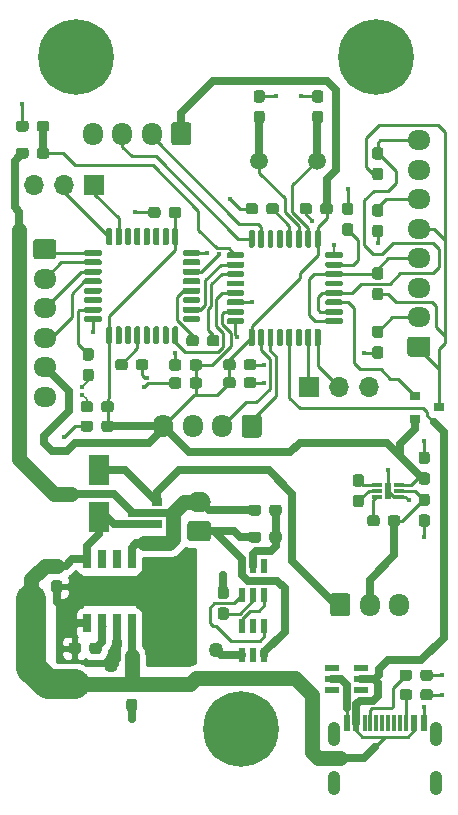
<source format=gbr>
G04 #@! TF.GenerationSoftware,KiCad,Pcbnew,(5.1.6)-1*
G04 #@! TF.CreationDate,2021-04-29T20:29:46-05:00*
G04 #@! TF.ProjectId,EncoderBoard3(1),456e636f-6465-4724-926f-617264332831,v1.0*
G04 #@! TF.SameCoordinates,Original*
G04 #@! TF.FileFunction,Copper,L1,Top*
G04 #@! TF.FilePolarity,Positive*
%FSLAX46Y46*%
G04 Gerber Fmt 4.6, Leading zero omitted, Abs format (unit mm)*
G04 Created by KiCad (PCBNEW (5.1.6)-1) date 2021-04-29 20:29:46*
%MOMM*%
%LPD*%
G01*
G04 APERTURE LIST*
G04 #@! TA.AperFunction,ComponentPad*
%ADD10O,1.950000X1.700000*%
G04 #@! TD*
G04 #@! TA.AperFunction,ComponentPad*
%ADD11C,6.400000*%
G04 #@! TD*
G04 #@! TA.AperFunction,ComponentPad*
%ADD12O,1.700000X1.700000*%
G04 #@! TD*
G04 #@! TA.AperFunction,ComponentPad*
%ADD13R,1.700000X1.700000*%
G04 #@! TD*
G04 #@! TA.AperFunction,ComponentPad*
%ADD14C,1.500000*%
G04 #@! TD*
G04 #@! TA.AperFunction,SMDPad,CuDef*
%ADD15R,0.610000X1.420000*%
G04 #@! TD*
G04 #@! TA.AperFunction,SMDPad,CuDef*
%ADD16R,0.804800X0.300000*%
G04 #@! TD*
G04 #@! TA.AperFunction,SMDPad,CuDef*
%ADD17R,1.800000X2.500000*%
G04 #@! TD*
G04 #@! TA.AperFunction,SMDPad,CuDef*
%ADD18R,3.402000X2.513000*%
G04 #@! TD*
G04 #@! TA.AperFunction,SMDPad,CuDef*
%ADD19R,0.700000X1.525000*%
G04 #@! TD*
G04 #@! TA.AperFunction,SMDPad,CuDef*
%ADD20R,0.600000X1.200000*%
G04 #@! TD*
G04 #@! TA.AperFunction,SMDPad,CuDef*
%ADD21R,0.900000X0.800000*%
G04 #@! TD*
G04 #@! TA.AperFunction,SMDPad,CuDef*
%ADD22R,1.200000X0.600000*%
G04 #@! TD*
G04 #@! TA.AperFunction,ComponentPad*
%ADD23O,1.700000X1.950000*%
G04 #@! TD*
G04 #@! TA.AperFunction,ComponentPad*
%ADD24O,2.000000X1.700000*%
G04 #@! TD*
G04 #@! TA.AperFunction,SMDPad,CuDef*
%ADD25R,0.600000X1.450000*%
G04 #@! TD*
G04 #@! TA.AperFunction,SMDPad,CuDef*
%ADD26R,0.300000X1.450000*%
G04 #@! TD*
G04 #@! TA.AperFunction,ComponentPad*
%ADD27O,1.050000X2.100000*%
G04 #@! TD*
G04 #@! TA.AperFunction,ViaPad*
%ADD28C,0.450000*%
G04 #@! TD*
G04 #@! TA.AperFunction,ViaPad*
%ADD29C,1.270000*%
G04 #@! TD*
G04 #@! TA.AperFunction,Conductor*
%ADD30C,0.635000*%
G04 #@! TD*
G04 #@! TA.AperFunction,Conductor*
%ADD31C,0.254000*%
G04 #@! TD*
G04 #@! TA.AperFunction,Conductor*
%ADD32C,2.540000*%
G04 #@! TD*
G04 #@! TA.AperFunction,Conductor*
%ADD33C,0.127000*%
G04 #@! TD*
G04 #@! TA.AperFunction,Conductor*
%ADD34C,1.270000*%
G04 #@! TD*
G04 APERTURE END LIST*
G04 #@! TA.AperFunction,ComponentPad*
G36*
G01*
X139853500Y-111390800D02*
X138403500Y-111390800D01*
G75*
G02*
X138153500Y-111140800I0J250000D01*
G01*
X138153500Y-109940800D01*
G75*
G02*
X138403500Y-109690800I250000J0D01*
G01*
X139853500Y-109690800D01*
G75*
G02*
X140103500Y-109940800I0J-250000D01*
G01*
X140103500Y-111140800D01*
G75*
G02*
X139853500Y-111390800I-250000J0D01*
G01*
G37*
G04 #@! TD.AperFunction*
D10*
X139128500Y-108040800D03*
X139128500Y-105540800D03*
X139128500Y-103040800D03*
X139128500Y-100540800D03*
X139128500Y-98040800D03*
X139128500Y-95540800D03*
X139128500Y-93040800D03*
D11*
X124079000Y-142925800D03*
X110109000Y-86029800D03*
X135509000Y-86029800D03*
G04 #@! TA.AperFunction,SMDPad,CuDef*
G36*
G01*
X114570500Y-140354800D02*
X115045500Y-140354800D01*
G75*
G02*
X115283000Y-140592300I0J-237500D01*
G01*
X115283000Y-141167300D01*
G75*
G02*
X115045500Y-141404800I-237500J0D01*
G01*
X114570500Y-141404800D01*
G75*
G02*
X114333000Y-141167300I0J237500D01*
G01*
X114333000Y-140592300D01*
G75*
G02*
X114570500Y-140354800I237500J0D01*
G01*
G37*
G04 #@! TD.AperFunction*
G04 #@! TA.AperFunction,SMDPad,CuDef*
G36*
G01*
X114570500Y-138604800D02*
X115045500Y-138604800D01*
G75*
G02*
X115283000Y-138842300I0J-237500D01*
G01*
X115283000Y-139417300D01*
G75*
G02*
X115045500Y-139654800I-237500J0D01*
G01*
X114570500Y-139654800D01*
G75*
G02*
X114333000Y-139417300I0J237500D01*
G01*
X114333000Y-138842300D01*
G75*
G02*
X114570500Y-138604800I237500J0D01*
G01*
G37*
G04 #@! TD.AperFunction*
D12*
X134937500Y-113969800D03*
X132397500Y-113969800D03*
D13*
X129857500Y-113969800D03*
G04 #@! TA.AperFunction,SMDPad,CuDef*
G36*
G01*
X125507000Y-98619300D02*
X125507000Y-99094300D01*
G75*
G02*
X125269500Y-99331800I-237500J0D01*
G01*
X124694500Y-99331800D01*
G75*
G02*
X124457000Y-99094300I0J237500D01*
G01*
X124457000Y-98619300D01*
G75*
G02*
X124694500Y-98381800I237500J0D01*
G01*
X125269500Y-98381800D01*
G75*
G02*
X125507000Y-98619300I0J-237500D01*
G01*
G37*
G04 #@! TD.AperFunction*
G04 #@! TA.AperFunction,SMDPad,CuDef*
G36*
G01*
X127257000Y-98619300D02*
X127257000Y-99094300D01*
G75*
G02*
X127019500Y-99331800I-237500J0D01*
G01*
X126444500Y-99331800D01*
G75*
G02*
X126207000Y-99094300I0J237500D01*
G01*
X126207000Y-98619300D01*
G75*
G02*
X126444500Y-98381800I237500J0D01*
G01*
X127019500Y-98381800D01*
G75*
G02*
X127257000Y-98619300I0J-237500D01*
G01*
G37*
G04 #@! TD.AperFunction*
G04 #@! TA.AperFunction,SMDPad,CuDef*
G36*
G01*
X130079000Y-98619300D02*
X130079000Y-99094300D01*
G75*
G02*
X129841500Y-99331800I-237500J0D01*
G01*
X129266500Y-99331800D01*
G75*
G02*
X129029000Y-99094300I0J237500D01*
G01*
X129029000Y-98619300D01*
G75*
G02*
X129266500Y-98381800I237500J0D01*
G01*
X129841500Y-98381800D01*
G75*
G02*
X130079000Y-98619300I0J-237500D01*
G01*
G37*
G04 #@! TD.AperFunction*
G04 #@! TA.AperFunction,SMDPad,CuDef*
G36*
G01*
X131829000Y-98619300D02*
X131829000Y-99094300D01*
G75*
G02*
X131591500Y-99331800I-237500J0D01*
G01*
X131016500Y-99331800D01*
G75*
G02*
X130779000Y-99094300I0J237500D01*
G01*
X130779000Y-98619300D01*
G75*
G02*
X131016500Y-98381800I237500J0D01*
G01*
X131591500Y-98381800D01*
G75*
G02*
X131829000Y-98619300I0J-237500D01*
G01*
G37*
G04 #@! TD.AperFunction*
G04 #@! TA.AperFunction,SMDPad,CuDef*
G36*
G01*
X125365500Y-90570800D02*
X125840500Y-90570800D01*
G75*
G02*
X126078000Y-90808300I0J-237500D01*
G01*
X126078000Y-91383300D01*
G75*
G02*
X125840500Y-91620800I-237500J0D01*
G01*
X125365500Y-91620800D01*
G75*
G02*
X125128000Y-91383300I0J237500D01*
G01*
X125128000Y-90808300D01*
G75*
G02*
X125365500Y-90570800I237500J0D01*
G01*
G37*
G04 #@! TD.AperFunction*
G04 #@! TA.AperFunction,SMDPad,CuDef*
G36*
G01*
X125365500Y-88820800D02*
X125840500Y-88820800D01*
G75*
G02*
X126078000Y-89058300I0J-237500D01*
G01*
X126078000Y-89633300D01*
G75*
G02*
X125840500Y-89870800I-237500J0D01*
G01*
X125365500Y-89870800D01*
G75*
G02*
X125128000Y-89633300I0J237500D01*
G01*
X125128000Y-89058300D01*
G75*
G02*
X125365500Y-88820800I237500J0D01*
G01*
G37*
G04 #@! TD.AperFunction*
G04 #@! TA.AperFunction,SMDPad,CuDef*
G36*
G01*
X131312000Y-102537800D02*
X132562000Y-102537800D01*
G75*
G02*
X132687000Y-102662800I0J-125000D01*
G01*
X132687000Y-102912800D01*
G75*
G02*
X132562000Y-103037800I-125000J0D01*
G01*
X131312000Y-103037800D01*
G75*
G02*
X131187000Y-102912800I0J125000D01*
G01*
X131187000Y-102662800D01*
G75*
G02*
X131312000Y-102537800I125000J0D01*
G01*
G37*
G04 #@! TD.AperFunction*
G04 #@! TA.AperFunction,SMDPad,CuDef*
G36*
G01*
X131312000Y-103337800D02*
X132562000Y-103337800D01*
G75*
G02*
X132687000Y-103462800I0J-125000D01*
G01*
X132687000Y-103712800D01*
G75*
G02*
X132562000Y-103837800I-125000J0D01*
G01*
X131312000Y-103837800D01*
G75*
G02*
X131187000Y-103712800I0J125000D01*
G01*
X131187000Y-103462800D01*
G75*
G02*
X131312000Y-103337800I125000J0D01*
G01*
G37*
G04 #@! TD.AperFunction*
G04 #@! TA.AperFunction,SMDPad,CuDef*
G36*
G01*
X131312000Y-104137800D02*
X132562000Y-104137800D01*
G75*
G02*
X132687000Y-104262800I0J-125000D01*
G01*
X132687000Y-104512800D01*
G75*
G02*
X132562000Y-104637800I-125000J0D01*
G01*
X131312000Y-104637800D01*
G75*
G02*
X131187000Y-104512800I0J125000D01*
G01*
X131187000Y-104262800D01*
G75*
G02*
X131312000Y-104137800I125000J0D01*
G01*
G37*
G04 #@! TD.AperFunction*
G04 #@! TA.AperFunction,SMDPad,CuDef*
G36*
G01*
X131312000Y-104937800D02*
X132562000Y-104937800D01*
G75*
G02*
X132687000Y-105062800I0J-125000D01*
G01*
X132687000Y-105312800D01*
G75*
G02*
X132562000Y-105437800I-125000J0D01*
G01*
X131312000Y-105437800D01*
G75*
G02*
X131187000Y-105312800I0J125000D01*
G01*
X131187000Y-105062800D01*
G75*
G02*
X131312000Y-104937800I125000J0D01*
G01*
G37*
G04 #@! TD.AperFunction*
G04 #@! TA.AperFunction,SMDPad,CuDef*
G36*
G01*
X131312000Y-105737800D02*
X132562000Y-105737800D01*
G75*
G02*
X132687000Y-105862800I0J-125000D01*
G01*
X132687000Y-106112800D01*
G75*
G02*
X132562000Y-106237800I-125000J0D01*
G01*
X131312000Y-106237800D01*
G75*
G02*
X131187000Y-106112800I0J125000D01*
G01*
X131187000Y-105862800D01*
G75*
G02*
X131312000Y-105737800I125000J0D01*
G01*
G37*
G04 #@! TD.AperFunction*
G04 #@! TA.AperFunction,SMDPad,CuDef*
G36*
G01*
X131312000Y-106537800D02*
X132562000Y-106537800D01*
G75*
G02*
X132687000Y-106662800I0J-125000D01*
G01*
X132687000Y-106912800D01*
G75*
G02*
X132562000Y-107037800I-125000J0D01*
G01*
X131312000Y-107037800D01*
G75*
G02*
X131187000Y-106912800I0J125000D01*
G01*
X131187000Y-106662800D01*
G75*
G02*
X131312000Y-106537800I125000J0D01*
G01*
G37*
G04 #@! TD.AperFunction*
G04 #@! TA.AperFunction,SMDPad,CuDef*
G36*
G01*
X131312000Y-107337800D02*
X132562000Y-107337800D01*
G75*
G02*
X132687000Y-107462800I0J-125000D01*
G01*
X132687000Y-107712800D01*
G75*
G02*
X132562000Y-107837800I-125000J0D01*
G01*
X131312000Y-107837800D01*
G75*
G02*
X131187000Y-107712800I0J125000D01*
G01*
X131187000Y-107462800D01*
G75*
G02*
X131312000Y-107337800I125000J0D01*
G01*
G37*
G04 #@! TD.AperFunction*
G04 #@! TA.AperFunction,SMDPad,CuDef*
G36*
G01*
X131312000Y-108137800D02*
X132562000Y-108137800D01*
G75*
G02*
X132687000Y-108262800I0J-125000D01*
G01*
X132687000Y-108512800D01*
G75*
G02*
X132562000Y-108637800I-125000J0D01*
G01*
X131312000Y-108637800D01*
G75*
G02*
X131187000Y-108512800I0J125000D01*
G01*
X131187000Y-108262800D01*
G75*
G02*
X131312000Y-108137800I125000J0D01*
G01*
G37*
G04 #@! TD.AperFunction*
G04 #@! TA.AperFunction,SMDPad,CuDef*
G36*
G01*
X130437000Y-109012800D02*
X130687000Y-109012800D01*
G75*
G02*
X130812000Y-109137800I0J-125000D01*
G01*
X130812000Y-110387800D01*
G75*
G02*
X130687000Y-110512800I-125000J0D01*
G01*
X130437000Y-110512800D01*
G75*
G02*
X130312000Y-110387800I0J125000D01*
G01*
X130312000Y-109137800D01*
G75*
G02*
X130437000Y-109012800I125000J0D01*
G01*
G37*
G04 #@! TD.AperFunction*
G04 #@! TA.AperFunction,SMDPad,CuDef*
G36*
G01*
X129637000Y-109012800D02*
X129887000Y-109012800D01*
G75*
G02*
X130012000Y-109137800I0J-125000D01*
G01*
X130012000Y-110387800D01*
G75*
G02*
X129887000Y-110512800I-125000J0D01*
G01*
X129637000Y-110512800D01*
G75*
G02*
X129512000Y-110387800I0J125000D01*
G01*
X129512000Y-109137800D01*
G75*
G02*
X129637000Y-109012800I125000J0D01*
G01*
G37*
G04 #@! TD.AperFunction*
G04 #@! TA.AperFunction,SMDPad,CuDef*
G36*
G01*
X128837000Y-109012800D02*
X129087000Y-109012800D01*
G75*
G02*
X129212000Y-109137800I0J-125000D01*
G01*
X129212000Y-110387800D01*
G75*
G02*
X129087000Y-110512800I-125000J0D01*
G01*
X128837000Y-110512800D01*
G75*
G02*
X128712000Y-110387800I0J125000D01*
G01*
X128712000Y-109137800D01*
G75*
G02*
X128837000Y-109012800I125000J0D01*
G01*
G37*
G04 #@! TD.AperFunction*
G04 #@! TA.AperFunction,SMDPad,CuDef*
G36*
G01*
X128037000Y-109012800D02*
X128287000Y-109012800D01*
G75*
G02*
X128412000Y-109137800I0J-125000D01*
G01*
X128412000Y-110387800D01*
G75*
G02*
X128287000Y-110512800I-125000J0D01*
G01*
X128037000Y-110512800D01*
G75*
G02*
X127912000Y-110387800I0J125000D01*
G01*
X127912000Y-109137800D01*
G75*
G02*
X128037000Y-109012800I125000J0D01*
G01*
G37*
G04 #@! TD.AperFunction*
G04 #@! TA.AperFunction,SMDPad,CuDef*
G36*
G01*
X127237000Y-109012800D02*
X127487000Y-109012800D01*
G75*
G02*
X127612000Y-109137800I0J-125000D01*
G01*
X127612000Y-110387800D01*
G75*
G02*
X127487000Y-110512800I-125000J0D01*
G01*
X127237000Y-110512800D01*
G75*
G02*
X127112000Y-110387800I0J125000D01*
G01*
X127112000Y-109137800D01*
G75*
G02*
X127237000Y-109012800I125000J0D01*
G01*
G37*
G04 #@! TD.AperFunction*
G04 #@! TA.AperFunction,SMDPad,CuDef*
G36*
G01*
X126437000Y-109012800D02*
X126687000Y-109012800D01*
G75*
G02*
X126812000Y-109137800I0J-125000D01*
G01*
X126812000Y-110387800D01*
G75*
G02*
X126687000Y-110512800I-125000J0D01*
G01*
X126437000Y-110512800D01*
G75*
G02*
X126312000Y-110387800I0J125000D01*
G01*
X126312000Y-109137800D01*
G75*
G02*
X126437000Y-109012800I125000J0D01*
G01*
G37*
G04 #@! TD.AperFunction*
G04 #@! TA.AperFunction,SMDPad,CuDef*
G36*
G01*
X125637000Y-109012800D02*
X125887000Y-109012800D01*
G75*
G02*
X126012000Y-109137800I0J-125000D01*
G01*
X126012000Y-110387800D01*
G75*
G02*
X125887000Y-110512800I-125000J0D01*
G01*
X125637000Y-110512800D01*
G75*
G02*
X125512000Y-110387800I0J125000D01*
G01*
X125512000Y-109137800D01*
G75*
G02*
X125637000Y-109012800I125000J0D01*
G01*
G37*
G04 #@! TD.AperFunction*
G04 #@! TA.AperFunction,SMDPad,CuDef*
G36*
G01*
X124837000Y-109012800D02*
X125087000Y-109012800D01*
G75*
G02*
X125212000Y-109137800I0J-125000D01*
G01*
X125212000Y-110387800D01*
G75*
G02*
X125087000Y-110512800I-125000J0D01*
G01*
X124837000Y-110512800D01*
G75*
G02*
X124712000Y-110387800I0J125000D01*
G01*
X124712000Y-109137800D01*
G75*
G02*
X124837000Y-109012800I125000J0D01*
G01*
G37*
G04 #@! TD.AperFunction*
G04 #@! TA.AperFunction,SMDPad,CuDef*
G36*
G01*
X122962000Y-108137800D02*
X124212000Y-108137800D01*
G75*
G02*
X124337000Y-108262800I0J-125000D01*
G01*
X124337000Y-108512800D01*
G75*
G02*
X124212000Y-108637800I-125000J0D01*
G01*
X122962000Y-108637800D01*
G75*
G02*
X122837000Y-108512800I0J125000D01*
G01*
X122837000Y-108262800D01*
G75*
G02*
X122962000Y-108137800I125000J0D01*
G01*
G37*
G04 #@! TD.AperFunction*
G04 #@! TA.AperFunction,SMDPad,CuDef*
G36*
G01*
X122962000Y-107337800D02*
X124212000Y-107337800D01*
G75*
G02*
X124337000Y-107462800I0J-125000D01*
G01*
X124337000Y-107712800D01*
G75*
G02*
X124212000Y-107837800I-125000J0D01*
G01*
X122962000Y-107837800D01*
G75*
G02*
X122837000Y-107712800I0J125000D01*
G01*
X122837000Y-107462800D01*
G75*
G02*
X122962000Y-107337800I125000J0D01*
G01*
G37*
G04 #@! TD.AperFunction*
G04 #@! TA.AperFunction,SMDPad,CuDef*
G36*
G01*
X122962000Y-106537800D02*
X124212000Y-106537800D01*
G75*
G02*
X124337000Y-106662800I0J-125000D01*
G01*
X124337000Y-106912800D01*
G75*
G02*
X124212000Y-107037800I-125000J0D01*
G01*
X122962000Y-107037800D01*
G75*
G02*
X122837000Y-106912800I0J125000D01*
G01*
X122837000Y-106662800D01*
G75*
G02*
X122962000Y-106537800I125000J0D01*
G01*
G37*
G04 #@! TD.AperFunction*
G04 #@! TA.AperFunction,SMDPad,CuDef*
G36*
G01*
X122962000Y-105737800D02*
X124212000Y-105737800D01*
G75*
G02*
X124337000Y-105862800I0J-125000D01*
G01*
X124337000Y-106112800D01*
G75*
G02*
X124212000Y-106237800I-125000J0D01*
G01*
X122962000Y-106237800D01*
G75*
G02*
X122837000Y-106112800I0J125000D01*
G01*
X122837000Y-105862800D01*
G75*
G02*
X122962000Y-105737800I125000J0D01*
G01*
G37*
G04 #@! TD.AperFunction*
G04 #@! TA.AperFunction,SMDPad,CuDef*
G36*
G01*
X122962000Y-104937800D02*
X124212000Y-104937800D01*
G75*
G02*
X124337000Y-105062800I0J-125000D01*
G01*
X124337000Y-105312800D01*
G75*
G02*
X124212000Y-105437800I-125000J0D01*
G01*
X122962000Y-105437800D01*
G75*
G02*
X122837000Y-105312800I0J125000D01*
G01*
X122837000Y-105062800D01*
G75*
G02*
X122962000Y-104937800I125000J0D01*
G01*
G37*
G04 #@! TD.AperFunction*
G04 #@! TA.AperFunction,SMDPad,CuDef*
G36*
G01*
X122962000Y-104137800D02*
X124212000Y-104137800D01*
G75*
G02*
X124337000Y-104262800I0J-125000D01*
G01*
X124337000Y-104512800D01*
G75*
G02*
X124212000Y-104637800I-125000J0D01*
G01*
X122962000Y-104637800D01*
G75*
G02*
X122837000Y-104512800I0J125000D01*
G01*
X122837000Y-104262800D01*
G75*
G02*
X122962000Y-104137800I125000J0D01*
G01*
G37*
G04 #@! TD.AperFunction*
G04 #@! TA.AperFunction,SMDPad,CuDef*
G36*
G01*
X122962000Y-103337800D02*
X124212000Y-103337800D01*
G75*
G02*
X124337000Y-103462800I0J-125000D01*
G01*
X124337000Y-103712800D01*
G75*
G02*
X124212000Y-103837800I-125000J0D01*
G01*
X122962000Y-103837800D01*
G75*
G02*
X122837000Y-103712800I0J125000D01*
G01*
X122837000Y-103462800D01*
G75*
G02*
X122962000Y-103337800I125000J0D01*
G01*
G37*
G04 #@! TD.AperFunction*
G04 #@! TA.AperFunction,SMDPad,CuDef*
G36*
G01*
X122962000Y-102537800D02*
X124212000Y-102537800D01*
G75*
G02*
X124337000Y-102662800I0J-125000D01*
G01*
X124337000Y-102912800D01*
G75*
G02*
X124212000Y-103037800I-125000J0D01*
G01*
X122962000Y-103037800D01*
G75*
G02*
X122837000Y-102912800I0J125000D01*
G01*
X122837000Y-102662800D01*
G75*
G02*
X122962000Y-102537800I125000J0D01*
G01*
G37*
G04 #@! TD.AperFunction*
G04 #@! TA.AperFunction,SMDPad,CuDef*
G36*
G01*
X124837000Y-100662800D02*
X125087000Y-100662800D01*
G75*
G02*
X125212000Y-100787800I0J-125000D01*
G01*
X125212000Y-102037800D01*
G75*
G02*
X125087000Y-102162800I-125000J0D01*
G01*
X124837000Y-102162800D01*
G75*
G02*
X124712000Y-102037800I0J125000D01*
G01*
X124712000Y-100787800D01*
G75*
G02*
X124837000Y-100662800I125000J0D01*
G01*
G37*
G04 #@! TD.AperFunction*
G04 #@! TA.AperFunction,SMDPad,CuDef*
G36*
G01*
X125637000Y-100662800D02*
X125887000Y-100662800D01*
G75*
G02*
X126012000Y-100787800I0J-125000D01*
G01*
X126012000Y-102037800D01*
G75*
G02*
X125887000Y-102162800I-125000J0D01*
G01*
X125637000Y-102162800D01*
G75*
G02*
X125512000Y-102037800I0J125000D01*
G01*
X125512000Y-100787800D01*
G75*
G02*
X125637000Y-100662800I125000J0D01*
G01*
G37*
G04 #@! TD.AperFunction*
G04 #@! TA.AperFunction,SMDPad,CuDef*
G36*
G01*
X126437000Y-100662800D02*
X126687000Y-100662800D01*
G75*
G02*
X126812000Y-100787800I0J-125000D01*
G01*
X126812000Y-102037800D01*
G75*
G02*
X126687000Y-102162800I-125000J0D01*
G01*
X126437000Y-102162800D01*
G75*
G02*
X126312000Y-102037800I0J125000D01*
G01*
X126312000Y-100787800D01*
G75*
G02*
X126437000Y-100662800I125000J0D01*
G01*
G37*
G04 #@! TD.AperFunction*
G04 #@! TA.AperFunction,SMDPad,CuDef*
G36*
G01*
X127237000Y-100662800D02*
X127487000Y-100662800D01*
G75*
G02*
X127612000Y-100787800I0J-125000D01*
G01*
X127612000Y-102037800D01*
G75*
G02*
X127487000Y-102162800I-125000J0D01*
G01*
X127237000Y-102162800D01*
G75*
G02*
X127112000Y-102037800I0J125000D01*
G01*
X127112000Y-100787800D01*
G75*
G02*
X127237000Y-100662800I125000J0D01*
G01*
G37*
G04 #@! TD.AperFunction*
G04 #@! TA.AperFunction,SMDPad,CuDef*
G36*
G01*
X128037000Y-100662800D02*
X128287000Y-100662800D01*
G75*
G02*
X128412000Y-100787800I0J-125000D01*
G01*
X128412000Y-102037800D01*
G75*
G02*
X128287000Y-102162800I-125000J0D01*
G01*
X128037000Y-102162800D01*
G75*
G02*
X127912000Y-102037800I0J125000D01*
G01*
X127912000Y-100787800D01*
G75*
G02*
X128037000Y-100662800I125000J0D01*
G01*
G37*
G04 #@! TD.AperFunction*
G04 #@! TA.AperFunction,SMDPad,CuDef*
G36*
G01*
X128837000Y-100662800D02*
X129087000Y-100662800D01*
G75*
G02*
X129212000Y-100787800I0J-125000D01*
G01*
X129212000Y-102037800D01*
G75*
G02*
X129087000Y-102162800I-125000J0D01*
G01*
X128837000Y-102162800D01*
G75*
G02*
X128712000Y-102037800I0J125000D01*
G01*
X128712000Y-100787800D01*
G75*
G02*
X128837000Y-100662800I125000J0D01*
G01*
G37*
G04 #@! TD.AperFunction*
G04 #@! TA.AperFunction,SMDPad,CuDef*
G36*
G01*
X129637000Y-100662800D02*
X129887000Y-100662800D01*
G75*
G02*
X130012000Y-100787800I0J-125000D01*
G01*
X130012000Y-102037800D01*
G75*
G02*
X129887000Y-102162800I-125000J0D01*
G01*
X129637000Y-102162800D01*
G75*
G02*
X129512000Y-102037800I0J125000D01*
G01*
X129512000Y-100787800D01*
G75*
G02*
X129637000Y-100662800I125000J0D01*
G01*
G37*
G04 #@! TD.AperFunction*
G04 #@! TA.AperFunction,SMDPad,CuDef*
G36*
G01*
X130437000Y-100662800D02*
X130687000Y-100662800D01*
G75*
G02*
X130812000Y-100787800I0J-125000D01*
G01*
X130812000Y-102037800D01*
G75*
G02*
X130687000Y-102162800I-125000J0D01*
G01*
X130437000Y-102162800D01*
G75*
G02*
X130312000Y-102037800I0J125000D01*
G01*
X130312000Y-100787800D01*
G75*
G02*
X130437000Y-100662800I125000J0D01*
G01*
G37*
G04 #@! TD.AperFunction*
G04 #@! TA.AperFunction,SMDPad,CuDef*
G36*
G01*
X119004600Y-113376700D02*
X119004600Y-113851700D01*
G75*
G02*
X118767100Y-114089200I-237500J0D01*
G01*
X118192100Y-114089200D01*
G75*
G02*
X117954600Y-113851700I0J237500D01*
G01*
X117954600Y-113376700D01*
G75*
G02*
X118192100Y-113139200I237500J0D01*
G01*
X118767100Y-113139200D01*
G75*
G02*
X119004600Y-113376700I0J-237500D01*
G01*
G37*
G04 #@! TD.AperFunction*
G04 #@! TA.AperFunction,SMDPad,CuDef*
G36*
G01*
X120754600Y-113376700D02*
X120754600Y-113851700D01*
G75*
G02*
X120517100Y-114089200I-237500J0D01*
G01*
X119942100Y-114089200D01*
G75*
G02*
X119704600Y-113851700I0J237500D01*
G01*
X119704600Y-113376700D01*
G75*
G02*
X119942100Y-113139200I237500J0D01*
G01*
X120517100Y-113139200D01*
G75*
G02*
X120754600Y-113376700I0J-237500D01*
G01*
G37*
G04 #@! TD.AperFunction*
G04 #@! TA.AperFunction,SMDPad,CuDef*
G36*
G01*
X124302000Y-112302300D02*
X124302000Y-111827300D01*
G75*
G02*
X124539500Y-111589800I237500J0D01*
G01*
X125114500Y-111589800D01*
G75*
G02*
X125352000Y-111827300I0J-237500D01*
G01*
X125352000Y-112302300D01*
G75*
G02*
X125114500Y-112539800I-237500J0D01*
G01*
X124539500Y-112539800D01*
G75*
G02*
X124302000Y-112302300I0J237500D01*
G01*
G37*
G04 #@! TD.AperFunction*
G04 #@! TA.AperFunction,SMDPad,CuDef*
G36*
G01*
X122552000Y-112302300D02*
X122552000Y-111827300D01*
G75*
G02*
X122789500Y-111589800I237500J0D01*
G01*
X123364500Y-111589800D01*
G75*
G02*
X123602000Y-111827300I0J-237500D01*
G01*
X123602000Y-112302300D01*
G75*
G02*
X123364500Y-112539800I-237500J0D01*
G01*
X122789500Y-112539800D01*
G75*
G02*
X122552000Y-112302300I0J237500D01*
G01*
G37*
G04 #@! TD.AperFunction*
D14*
X130483000Y-94792800D03*
X125603000Y-94792800D03*
G04 #@! TA.AperFunction,SMDPad,CuDef*
G36*
G01*
X133333500Y-99395800D02*
X132858500Y-99395800D01*
G75*
G02*
X132621000Y-99158300I0J237500D01*
G01*
X132621000Y-98583300D01*
G75*
G02*
X132858500Y-98345800I237500J0D01*
G01*
X133333500Y-98345800D01*
G75*
G02*
X133571000Y-98583300I0J-237500D01*
G01*
X133571000Y-99158300D01*
G75*
G02*
X133333500Y-99395800I-237500J0D01*
G01*
G37*
G04 #@! TD.AperFunction*
G04 #@! TA.AperFunction,SMDPad,CuDef*
G36*
G01*
X133333500Y-101145800D02*
X132858500Y-101145800D01*
G75*
G02*
X132621000Y-100908300I0J237500D01*
G01*
X132621000Y-100333300D01*
G75*
G02*
X132858500Y-100095800I237500J0D01*
G01*
X133333500Y-100095800D01*
G75*
G02*
X133571000Y-100333300I0J-237500D01*
G01*
X133571000Y-100908300D01*
G75*
G02*
X133333500Y-101145800I-237500J0D01*
G01*
G37*
G04 #@! TD.AperFunction*
G04 #@! TA.AperFunction,SMDPad,CuDef*
G36*
G01*
X135873500Y-104856800D02*
X135398500Y-104856800D01*
G75*
G02*
X135161000Y-104619300I0J237500D01*
G01*
X135161000Y-104044300D01*
G75*
G02*
X135398500Y-103806800I237500J0D01*
G01*
X135873500Y-103806800D01*
G75*
G02*
X136111000Y-104044300I0J-237500D01*
G01*
X136111000Y-104619300D01*
G75*
G02*
X135873500Y-104856800I-237500J0D01*
G01*
G37*
G04 #@! TD.AperFunction*
G04 #@! TA.AperFunction,SMDPad,CuDef*
G36*
G01*
X135873500Y-106606800D02*
X135398500Y-106606800D01*
G75*
G02*
X135161000Y-106369300I0J237500D01*
G01*
X135161000Y-105794300D01*
G75*
G02*
X135398500Y-105556800I237500J0D01*
G01*
X135873500Y-105556800D01*
G75*
G02*
X136111000Y-105794300I0J-237500D01*
G01*
X136111000Y-106369300D01*
G75*
G02*
X135873500Y-106606800I-237500J0D01*
G01*
G37*
G04 #@! TD.AperFunction*
G04 #@! TA.AperFunction,SMDPad,CuDef*
G36*
G01*
X135398500Y-110509800D02*
X135873500Y-110509800D01*
G75*
G02*
X136111000Y-110747300I0J-237500D01*
G01*
X136111000Y-111322300D01*
G75*
G02*
X135873500Y-111559800I-237500J0D01*
G01*
X135398500Y-111559800D01*
G75*
G02*
X135161000Y-111322300I0J237500D01*
G01*
X135161000Y-110747300D01*
G75*
G02*
X135398500Y-110509800I237500J0D01*
G01*
G37*
G04 #@! TD.AperFunction*
G04 #@! TA.AperFunction,SMDPad,CuDef*
G36*
G01*
X135398500Y-108759800D02*
X135873500Y-108759800D01*
G75*
G02*
X136111000Y-108997300I0J-237500D01*
G01*
X136111000Y-109572300D01*
G75*
G02*
X135873500Y-109809800I-237500J0D01*
G01*
X135398500Y-109809800D01*
G75*
G02*
X135161000Y-109572300I0J237500D01*
G01*
X135161000Y-108997300D01*
G75*
G02*
X135398500Y-108759800I237500J0D01*
G01*
G37*
G04 #@! TD.AperFunction*
G04 #@! TA.AperFunction,SMDPad,CuDef*
G36*
G01*
X135873500Y-94696800D02*
X135398500Y-94696800D01*
G75*
G02*
X135161000Y-94459300I0J237500D01*
G01*
X135161000Y-93884300D01*
G75*
G02*
X135398500Y-93646800I237500J0D01*
G01*
X135873500Y-93646800D01*
G75*
G02*
X136111000Y-93884300I0J-237500D01*
G01*
X136111000Y-94459300D01*
G75*
G02*
X135873500Y-94696800I-237500J0D01*
G01*
G37*
G04 #@! TD.AperFunction*
G04 #@! TA.AperFunction,SMDPad,CuDef*
G36*
G01*
X135873500Y-96446800D02*
X135398500Y-96446800D01*
G75*
G02*
X135161000Y-96209300I0J237500D01*
G01*
X135161000Y-95634300D01*
G75*
G02*
X135398500Y-95396800I237500J0D01*
G01*
X135873500Y-95396800D01*
G75*
G02*
X136111000Y-95634300I0J-237500D01*
G01*
X136111000Y-96209300D01*
G75*
G02*
X135873500Y-96446800I-237500J0D01*
G01*
G37*
G04 #@! TD.AperFunction*
G04 #@! TA.AperFunction,SMDPad,CuDef*
G36*
G01*
X130318500Y-90570800D02*
X130793500Y-90570800D01*
G75*
G02*
X131031000Y-90808300I0J-237500D01*
G01*
X131031000Y-91383300D01*
G75*
G02*
X130793500Y-91620800I-237500J0D01*
G01*
X130318500Y-91620800D01*
G75*
G02*
X130081000Y-91383300I0J237500D01*
G01*
X130081000Y-90808300D01*
G75*
G02*
X130318500Y-90570800I237500J0D01*
G01*
G37*
G04 #@! TD.AperFunction*
G04 #@! TA.AperFunction,SMDPad,CuDef*
G36*
G01*
X130318500Y-88820800D02*
X130793500Y-88820800D01*
G75*
G02*
X131031000Y-89058300I0J-237500D01*
G01*
X131031000Y-89633300D01*
G75*
G02*
X130793500Y-89870800I-237500J0D01*
G01*
X130318500Y-89870800D01*
G75*
G02*
X130081000Y-89633300I0J237500D01*
G01*
X130081000Y-89058300D01*
G75*
G02*
X130318500Y-88820800I237500J0D01*
G01*
G37*
G04 #@! TD.AperFunction*
G04 #@! TA.AperFunction,SMDPad,CuDef*
G36*
G01*
X124302000Y-113826300D02*
X124302000Y-113351300D01*
G75*
G02*
X124539500Y-113113800I237500J0D01*
G01*
X125114500Y-113113800D01*
G75*
G02*
X125352000Y-113351300I0J-237500D01*
G01*
X125352000Y-113826300D01*
G75*
G02*
X125114500Y-114063800I-237500J0D01*
G01*
X124539500Y-114063800D01*
G75*
G02*
X124302000Y-113826300I0J237500D01*
G01*
G37*
G04 #@! TD.AperFunction*
G04 #@! TA.AperFunction,SMDPad,CuDef*
G36*
G01*
X122552000Y-113826300D02*
X122552000Y-113351300D01*
G75*
G02*
X122789500Y-113113800I237500J0D01*
G01*
X123364500Y-113113800D01*
G75*
G02*
X123602000Y-113351300I0J-237500D01*
G01*
X123602000Y-113826300D01*
G75*
G02*
X123364500Y-114063800I-237500J0D01*
G01*
X122789500Y-114063800D01*
G75*
G02*
X122552000Y-113826300I0J237500D01*
G01*
G37*
G04 #@! TD.AperFunction*
G04 #@! TA.AperFunction,SMDPad,CuDef*
G36*
G01*
X135398500Y-100222800D02*
X135873500Y-100222800D01*
G75*
G02*
X136111000Y-100460300I0J-237500D01*
G01*
X136111000Y-101035300D01*
G75*
G02*
X135873500Y-101272800I-237500J0D01*
G01*
X135398500Y-101272800D01*
G75*
G02*
X135161000Y-101035300I0J237500D01*
G01*
X135161000Y-100460300D01*
G75*
G02*
X135398500Y-100222800I237500J0D01*
G01*
G37*
G04 #@! TD.AperFunction*
G04 #@! TA.AperFunction,SMDPad,CuDef*
G36*
G01*
X135398500Y-98472800D02*
X135873500Y-98472800D01*
G75*
G02*
X136111000Y-98710300I0J-237500D01*
G01*
X136111000Y-99285300D01*
G75*
G02*
X135873500Y-99522800I-237500J0D01*
G01*
X135398500Y-99522800D01*
G75*
G02*
X135161000Y-99285300I0J237500D01*
G01*
X135161000Y-98710300D01*
G75*
G02*
X135398500Y-98472800I237500J0D01*
G01*
G37*
G04 #@! TD.AperFunction*
G04 #@! TA.AperFunction,SMDPad,CuDef*
G36*
G01*
X139810500Y-120477800D02*
X139335500Y-120477800D01*
G75*
G02*
X139098000Y-120240300I0J237500D01*
G01*
X139098000Y-119665300D01*
G75*
G02*
X139335500Y-119427800I237500J0D01*
G01*
X139810500Y-119427800D01*
G75*
G02*
X140048000Y-119665300I0J-237500D01*
G01*
X140048000Y-120240300D01*
G75*
G02*
X139810500Y-120477800I-237500J0D01*
G01*
G37*
G04 #@! TD.AperFunction*
G04 #@! TA.AperFunction,SMDPad,CuDef*
G36*
G01*
X139810500Y-122227800D02*
X139335500Y-122227800D01*
G75*
G02*
X139098000Y-121990300I0J237500D01*
G01*
X139098000Y-121415300D01*
G75*
G02*
X139335500Y-121177800I237500J0D01*
G01*
X139810500Y-121177800D01*
G75*
G02*
X140048000Y-121415300I0J-237500D01*
G01*
X140048000Y-121990300D01*
G75*
G02*
X139810500Y-122227800I-237500J0D01*
G01*
G37*
G04 #@! TD.AperFunction*
G04 #@! TA.AperFunction,SMDPad,CuDef*
G36*
G01*
X134222500Y-122382800D02*
X133747500Y-122382800D01*
G75*
G02*
X133510000Y-122145300I0J237500D01*
G01*
X133510000Y-121570300D01*
G75*
G02*
X133747500Y-121332800I237500J0D01*
G01*
X134222500Y-121332800D01*
G75*
G02*
X134460000Y-121570300I0J-237500D01*
G01*
X134460000Y-122145300D01*
G75*
G02*
X134222500Y-122382800I-237500J0D01*
G01*
G37*
G04 #@! TD.AperFunction*
G04 #@! TA.AperFunction,SMDPad,CuDef*
G36*
G01*
X134222500Y-124132800D02*
X133747500Y-124132800D01*
G75*
G02*
X133510000Y-123895300I0J237500D01*
G01*
X133510000Y-123320300D01*
G75*
G02*
X133747500Y-123082800I237500J0D01*
G01*
X134222500Y-123082800D01*
G75*
G02*
X134460000Y-123320300I0J-237500D01*
G01*
X134460000Y-123895300D01*
G75*
G02*
X134222500Y-124132800I-237500J0D01*
G01*
G37*
G04 #@! TD.AperFunction*
G04 #@! TA.AperFunction,SMDPad,CuDef*
G36*
G01*
X139810500Y-124033800D02*
X139335500Y-124033800D01*
G75*
G02*
X139098000Y-123796300I0J237500D01*
G01*
X139098000Y-123221300D01*
G75*
G02*
X139335500Y-122983800I237500J0D01*
G01*
X139810500Y-122983800D01*
G75*
G02*
X140048000Y-123221300I0J-237500D01*
G01*
X140048000Y-123796300D01*
G75*
G02*
X139810500Y-124033800I-237500J0D01*
G01*
G37*
G04 #@! TD.AperFunction*
G04 #@! TA.AperFunction,SMDPad,CuDef*
G36*
G01*
X139810500Y-125783800D02*
X139335500Y-125783800D01*
G75*
G02*
X139098000Y-125546300I0J237500D01*
G01*
X139098000Y-124971300D01*
G75*
G02*
X139335500Y-124733800I237500J0D01*
G01*
X139810500Y-124733800D01*
G75*
G02*
X140048000Y-124971300I0J-237500D01*
G01*
X140048000Y-125546300D01*
G75*
G02*
X139810500Y-125783800I-237500J0D01*
G01*
G37*
G04 #@! TD.AperFunction*
G04 #@! TA.AperFunction,SMDPad,CuDef*
G36*
G01*
X135794000Y-125035300D02*
X135794000Y-125510300D01*
G75*
G02*
X135556500Y-125747800I-237500J0D01*
G01*
X134981500Y-125747800D01*
G75*
G02*
X134744000Y-125510300I0J237500D01*
G01*
X134744000Y-125035300D01*
G75*
G02*
X134981500Y-124797800I237500J0D01*
G01*
X135556500Y-124797800D01*
G75*
G02*
X135794000Y-125035300I0J-237500D01*
G01*
G37*
G04 #@! TD.AperFunction*
G04 #@! TA.AperFunction,SMDPad,CuDef*
G36*
G01*
X137544000Y-125035300D02*
X137544000Y-125510300D01*
G75*
G02*
X137306500Y-125747800I-237500J0D01*
G01*
X136731500Y-125747800D01*
G75*
G02*
X136494000Y-125510300I0J237500D01*
G01*
X136494000Y-125035300D01*
G75*
G02*
X136731500Y-124797800I237500J0D01*
G01*
X137306500Y-124797800D01*
G75*
G02*
X137544000Y-125035300I0J-237500D01*
G01*
G37*
G04 #@! TD.AperFunction*
D15*
X136525000Y-122732800D03*
D16*
X135572600Y-123232800D03*
X135572600Y-122732800D03*
X135572600Y-122232800D03*
X137477400Y-122232800D03*
X137477400Y-122732800D03*
X137477400Y-123232800D03*
G04 #@! TA.AperFunction,SMDPad,CuDef*
G36*
G01*
X125761000Y-126432300D02*
X125761000Y-126907300D01*
G75*
G02*
X125523500Y-127144800I-237500J0D01*
G01*
X124948500Y-127144800D01*
G75*
G02*
X124711000Y-126907300I0J237500D01*
G01*
X124711000Y-126432300D01*
G75*
G02*
X124948500Y-126194800I237500J0D01*
G01*
X125523500Y-126194800D01*
G75*
G02*
X125761000Y-126432300I0J-237500D01*
G01*
G37*
G04 #@! TD.AperFunction*
G04 #@! TA.AperFunction,SMDPad,CuDef*
G36*
G01*
X127511000Y-126432300D02*
X127511000Y-126907300D01*
G75*
G02*
X127273500Y-127144800I-237500J0D01*
G01*
X126698500Y-127144800D01*
G75*
G02*
X126461000Y-126907300I0J237500D01*
G01*
X126461000Y-126432300D01*
G75*
G02*
X126698500Y-126194800I237500J0D01*
G01*
X127273500Y-126194800D01*
G75*
G02*
X127511000Y-126432300I0J-237500D01*
G01*
G37*
G04 #@! TD.AperFunction*
D17*
X112014000Y-124986800D03*
X112014000Y-120986800D03*
D18*
X112903000Y-131241800D03*
D19*
X110998000Y-128529800D03*
X112268000Y-128529800D03*
X113538000Y-128529800D03*
X114808000Y-128529800D03*
X114808000Y-133953800D03*
X113538000Y-133953800D03*
X112268000Y-133953800D03*
X110998000Y-133953800D03*
D20*
X124145000Y-129082800D03*
X125095000Y-129082800D03*
X126045000Y-129082800D03*
X126045000Y-131582800D03*
X125095000Y-131582800D03*
X124145000Y-131582800D03*
D21*
X114951000Y-124637800D03*
X116951000Y-123687800D03*
X116951000Y-125587800D03*
G04 #@! TA.AperFunction,SMDPad,CuDef*
G36*
G01*
X110521000Y-135830300D02*
X110521000Y-136305300D01*
G75*
G02*
X110283500Y-136542800I-237500J0D01*
G01*
X109708500Y-136542800D01*
G75*
G02*
X109471000Y-136305300I0J237500D01*
G01*
X109471000Y-135830300D01*
G75*
G02*
X109708500Y-135592800I237500J0D01*
G01*
X110283500Y-135592800D01*
G75*
G02*
X110521000Y-135830300I0J-237500D01*
G01*
G37*
G04 #@! TD.AperFunction*
G04 #@! TA.AperFunction,SMDPad,CuDef*
G36*
G01*
X112271000Y-135830300D02*
X112271000Y-136305300D01*
G75*
G02*
X112033500Y-136542800I-237500J0D01*
G01*
X111458500Y-136542800D01*
G75*
G02*
X111221000Y-136305300I0J237500D01*
G01*
X111221000Y-135830300D01*
G75*
G02*
X111458500Y-135592800I237500J0D01*
G01*
X112033500Y-135592800D01*
G75*
G02*
X112271000Y-135830300I0J-237500D01*
G01*
G37*
G04 #@! TD.AperFunction*
G04 #@! TA.AperFunction,SMDPad,CuDef*
G36*
G01*
X122792500Y-131907800D02*
X122317500Y-131907800D01*
G75*
G02*
X122080000Y-131670300I0J237500D01*
G01*
X122080000Y-131095300D01*
G75*
G02*
X122317500Y-130857800I237500J0D01*
G01*
X122792500Y-130857800D01*
G75*
G02*
X123030000Y-131095300I0J-237500D01*
G01*
X123030000Y-131670300D01*
G75*
G02*
X122792500Y-131907800I-237500J0D01*
G01*
G37*
G04 #@! TD.AperFunction*
G04 #@! TA.AperFunction,SMDPad,CuDef*
G36*
G01*
X122792500Y-133657800D02*
X122317500Y-133657800D01*
G75*
G02*
X122080000Y-133420300I0J237500D01*
G01*
X122080000Y-132845300D01*
G75*
G02*
X122317500Y-132607800I237500J0D01*
G01*
X122792500Y-132607800D01*
G75*
G02*
X123030000Y-132845300I0J-237500D01*
G01*
X123030000Y-133420300D01*
G75*
G02*
X122792500Y-133657800I-237500J0D01*
G01*
G37*
G04 #@! TD.AperFunction*
G04 #@! TA.AperFunction,SMDPad,CuDef*
G36*
G01*
X126461000Y-124621300D02*
X126461000Y-124146300D01*
G75*
G02*
X126698500Y-123908800I237500J0D01*
G01*
X127273500Y-123908800D01*
G75*
G02*
X127511000Y-124146300I0J-237500D01*
G01*
X127511000Y-124621300D01*
G75*
G02*
X127273500Y-124858800I-237500J0D01*
G01*
X126698500Y-124858800D01*
G75*
G02*
X126461000Y-124621300I0J237500D01*
G01*
G37*
G04 #@! TD.AperFunction*
G04 #@! TA.AperFunction,SMDPad,CuDef*
G36*
G01*
X124711000Y-124621300D02*
X124711000Y-124146300D01*
G75*
G02*
X124948500Y-123908800I237500J0D01*
G01*
X125523500Y-123908800D01*
G75*
G02*
X125761000Y-124146300I0J-237500D01*
G01*
X125761000Y-124621300D01*
G75*
G02*
X125523500Y-124858800I-237500J0D01*
G01*
X124948500Y-124858800D01*
G75*
G02*
X124711000Y-124621300I0J237500D01*
G01*
G37*
G04 #@! TD.AperFunction*
G04 #@! TA.AperFunction,SMDPad,CuDef*
G36*
G01*
X108220500Y-130321800D02*
X108695500Y-130321800D01*
G75*
G02*
X108933000Y-130559300I0J-237500D01*
G01*
X108933000Y-131134300D01*
G75*
G02*
X108695500Y-131371800I-237500J0D01*
G01*
X108220500Y-131371800D01*
G75*
G02*
X107983000Y-131134300I0J237500D01*
G01*
X107983000Y-130559300D01*
G75*
G02*
X108220500Y-130321800I237500J0D01*
G01*
G37*
G04 #@! TD.AperFunction*
G04 #@! TA.AperFunction,SMDPad,CuDef*
G36*
G01*
X108220500Y-128571800D02*
X108695500Y-128571800D01*
G75*
G02*
X108933000Y-128809300I0J-237500D01*
G01*
X108933000Y-129384300D01*
G75*
G02*
X108695500Y-129621800I-237500J0D01*
G01*
X108220500Y-129621800D01*
G75*
G02*
X107983000Y-129384300I0J237500D01*
G01*
X107983000Y-128809300D01*
G75*
G02*
X108220500Y-128571800I237500J0D01*
G01*
G37*
G04 #@! TD.AperFunction*
D22*
X134239000Y-137723800D03*
X134239000Y-138673800D03*
X134239000Y-139623800D03*
X131739000Y-139623800D03*
X131739000Y-138673800D03*
X131739000Y-137723800D03*
D20*
X124145000Y-134182800D03*
X125095000Y-134182800D03*
X126045000Y-134182800D03*
X126045000Y-136682800D03*
X125095000Y-136682800D03*
X124145000Y-136682800D03*
G04 #@! TA.AperFunction,SMDPad,CuDef*
G36*
G01*
X106776000Y-94395300D02*
X106776000Y-93920300D01*
G75*
G02*
X107013500Y-93682800I237500J0D01*
G01*
X107588500Y-93682800D01*
G75*
G02*
X107826000Y-93920300I0J-237500D01*
G01*
X107826000Y-94395300D01*
G75*
G02*
X107588500Y-94632800I-237500J0D01*
G01*
X107013500Y-94632800D01*
G75*
G02*
X106776000Y-94395300I0J237500D01*
G01*
G37*
G04 #@! TD.AperFunction*
G04 #@! TA.AperFunction,SMDPad,CuDef*
G36*
G01*
X105026000Y-94395300D02*
X105026000Y-93920300D01*
G75*
G02*
X105263500Y-93682800I237500J0D01*
G01*
X105838500Y-93682800D01*
G75*
G02*
X106076000Y-93920300I0J-237500D01*
G01*
X106076000Y-94395300D01*
G75*
G02*
X105838500Y-94632800I-237500J0D01*
G01*
X105263500Y-94632800D01*
G75*
G02*
X105026000Y-94395300I0J237500D01*
G01*
G37*
G04 #@! TD.AperFunction*
G04 #@! TA.AperFunction,SMDPad,CuDef*
G36*
G01*
X106076000Y-91634300D02*
X106076000Y-92109300D01*
G75*
G02*
X105838500Y-92346800I-237500J0D01*
G01*
X105263500Y-92346800D01*
G75*
G02*
X105026000Y-92109300I0J237500D01*
G01*
X105026000Y-91634300D01*
G75*
G02*
X105263500Y-91396800I237500J0D01*
G01*
X105838500Y-91396800D01*
G75*
G02*
X106076000Y-91634300I0J-237500D01*
G01*
G37*
G04 #@! TD.AperFunction*
G04 #@! TA.AperFunction,SMDPad,CuDef*
G36*
G01*
X107826000Y-91634300D02*
X107826000Y-92109300D01*
G75*
G02*
X107588500Y-92346800I-237500J0D01*
G01*
X107013500Y-92346800D01*
G75*
G02*
X106776000Y-92109300I0J237500D01*
G01*
X106776000Y-91634300D01*
G75*
G02*
X107013500Y-91396800I237500J0D01*
G01*
X107588500Y-91396800D01*
G75*
G02*
X107826000Y-91634300I0J-237500D01*
G01*
G37*
G04 #@! TD.AperFunction*
G04 #@! TA.AperFunction,SMDPad,CuDef*
G36*
G01*
X119004600Y-111852700D02*
X119004600Y-112327700D01*
G75*
G02*
X118767100Y-112565200I-237500J0D01*
G01*
X118192100Y-112565200D01*
G75*
G02*
X117954600Y-112327700I0J237500D01*
G01*
X117954600Y-111852700D01*
G75*
G02*
X118192100Y-111615200I237500J0D01*
G01*
X118767100Y-111615200D01*
G75*
G02*
X119004600Y-111852700I0J-237500D01*
G01*
G37*
G04 #@! TD.AperFunction*
G04 #@! TA.AperFunction,SMDPad,CuDef*
G36*
G01*
X120754600Y-111852700D02*
X120754600Y-112327700D01*
G75*
G02*
X120517100Y-112565200I-237500J0D01*
G01*
X119942100Y-112565200D01*
G75*
G02*
X119704600Y-112327700I0J237500D01*
G01*
X119704600Y-111852700D01*
G75*
G02*
X119942100Y-111615200I237500J0D01*
G01*
X120517100Y-111615200D01*
G75*
G02*
X120754600Y-111852700I0J-237500D01*
G01*
G37*
G04 #@! TD.AperFunction*
G04 #@! TA.AperFunction,SMDPad,CuDef*
G36*
G01*
X111537000Y-115383300D02*
X111537000Y-115858300D01*
G75*
G02*
X111299500Y-116095800I-237500J0D01*
G01*
X110724500Y-116095800D01*
G75*
G02*
X110487000Y-115858300I0J237500D01*
G01*
X110487000Y-115383300D01*
G75*
G02*
X110724500Y-115145800I237500J0D01*
G01*
X111299500Y-115145800D01*
G75*
G02*
X111537000Y-115383300I0J-237500D01*
G01*
G37*
G04 #@! TD.AperFunction*
G04 #@! TA.AperFunction,SMDPad,CuDef*
G36*
G01*
X113287000Y-115383300D02*
X113287000Y-115858300D01*
G75*
G02*
X113049500Y-116095800I-237500J0D01*
G01*
X112474500Y-116095800D01*
G75*
G02*
X112237000Y-115858300I0J237500D01*
G01*
X112237000Y-115383300D01*
G75*
G02*
X112474500Y-115145800I237500J0D01*
G01*
X113049500Y-115145800D01*
G75*
G02*
X113287000Y-115383300I0J-237500D01*
G01*
G37*
G04 #@! TD.AperFunction*
G04 #@! TA.AperFunction,SMDPad,CuDef*
G36*
G01*
X115158000Y-112302300D02*
X115158000Y-111827300D01*
G75*
G02*
X115395500Y-111589800I237500J0D01*
G01*
X115970500Y-111589800D01*
G75*
G02*
X116208000Y-111827300I0J-237500D01*
G01*
X116208000Y-112302300D01*
G75*
G02*
X115970500Y-112539800I-237500J0D01*
G01*
X115395500Y-112539800D01*
G75*
G02*
X115158000Y-112302300I0J237500D01*
G01*
G37*
G04 #@! TD.AperFunction*
G04 #@! TA.AperFunction,SMDPad,CuDef*
G36*
G01*
X113408000Y-112302300D02*
X113408000Y-111827300D01*
G75*
G02*
X113645500Y-111589800I237500J0D01*
G01*
X114220500Y-111589800D01*
G75*
G02*
X114458000Y-111827300I0J-237500D01*
G01*
X114458000Y-112302300D01*
G75*
G02*
X114220500Y-112539800I-237500J0D01*
G01*
X113645500Y-112539800D01*
G75*
G02*
X113408000Y-112302300I0J237500D01*
G01*
G37*
G04 #@! TD.AperFunction*
G04 #@! TA.AperFunction,SMDPad,CuDef*
G36*
G01*
X117252000Y-98936800D02*
X117252000Y-99411800D01*
G75*
G02*
X117014500Y-99649300I-237500J0D01*
G01*
X116439500Y-99649300D01*
G75*
G02*
X116202000Y-99411800I0J237500D01*
G01*
X116202000Y-98936800D01*
G75*
G02*
X116439500Y-98699300I237500J0D01*
G01*
X117014500Y-98699300D01*
G75*
G02*
X117252000Y-98936800I0J-237500D01*
G01*
G37*
G04 #@! TD.AperFunction*
G04 #@! TA.AperFunction,SMDPad,CuDef*
G36*
G01*
X119002000Y-98936800D02*
X119002000Y-99411800D01*
G75*
G02*
X118764500Y-99649300I-237500J0D01*
G01*
X118189500Y-99649300D01*
G75*
G02*
X117952000Y-99411800I0J237500D01*
G01*
X117952000Y-98936800D01*
G75*
G02*
X118189500Y-98699300I237500J0D01*
G01*
X118764500Y-98699300D01*
G75*
G02*
X119002000Y-98936800I0J-237500D01*
G01*
G37*
G04 #@! TD.AperFunction*
G04 #@! TA.AperFunction,SMDPad,CuDef*
G36*
G01*
X110887500Y-112414800D02*
X111362500Y-112414800D01*
G75*
G02*
X111600000Y-112652300I0J-237500D01*
G01*
X111600000Y-113227300D01*
G75*
G02*
X111362500Y-113464800I-237500J0D01*
G01*
X110887500Y-113464800D01*
G75*
G02*
X110650000Y-113227300I0J237500D01*
G01*
X110650000Y-112652300D01*
G75*
G02*
X110887500Y-112414800I237500J0D01*
G01*
G37*
G04 #@! TD.AperFunction*
G04 #@! TA.AperFunction,SMDPad,CuDef*
G36*
G01*
X110887500Y-110664800D02*
X111362500Y-110664800D01*
G75*
G02*
X111600000Y-110902300I0J-237500D01*
G01*
X111600000Y-111477300D01*
G75*
G02*
X111362500Y-111714800I-237500J0D01*
G01*
X110887500Y-111714800D01*
G75*
G02*
X110650000Y-111477300I0J237500D01*
G01*
X110650000Y-110902300D01*
G75*
G02*
X110887500Y-110664800I237500J0D01*
G01*
G37*
G04 #@! TD.AperFunction*
G04 #@! TA.AperFunction,SMDPad,CuDef*
G36*
G01*
X112147000Y-108447300D02*
X110897000Y-108447300D01*
G75*
G02*
X110772000Y-108322300I0J125000D01*
G01*
X110772000Y-108072300D01*
G75*
G02*
X110897000Y-107947300I125000J0D01*
G01*
X112147000Y-107947300D01*
G75*
G02*
X112272000Y-108072300I0J-125000D01*
G01*
X112272000Y-108322300D01*
G75*
G02*
X112147000Y-108447300I-125000J0D01*
G01*
G37*
G04 #@! TD.AperFunction*
G04 #@! TA.AperFunction,SMDPad,CuDef*
G36*
G01*
X112147000Y-107647300D02*
X110897000Y-107647300D01*
G75*
G02*
X110772000Y-107522300I0J125000D01*
G01*
X110772000Y-107272300D01*
G75*
G02*
X110897000Y-107147300I125000J0D01*
G01*
X112147000Y-107147300D01*
G75*
G02*
X112272000Y-107272300I0J-125000D01*
G01*
X112272000Y-107522300D01*
G75*
G02*
X112147000Y-107647300I-125000J0D01*
G01*
G37*
G04 #@! TD.AperFunction*
G04 #@! TA.AperFunction,SMDPad,CuDef*
G36*
G01*
X112147000Y-106847300D02*
X110897000Y-106847300D01*
G75*
G02*
X110772000Y-106722300I0J125000D01*
G01*
X110772000Y-106472300D01*
G75*
G02*
X110897000Y-106347300I125000J0D01*
G01*
X112147000Y-106347300D01*
G75*
G02*
X112272000Y-106472300I0J-125000D01*
G01*
X112272000Y-106722300D01*
G75*
G02*
X112147000Y-106847300I-125000J0D01*
G01*
G37*
G04 #@! TD.AperFunction*
G04 #@! TA.AperFunction,SMDPad,CuDef*
G36*
G01*
X112147000Y-106047300D02*
X110897000Y-106047300D01*
G75*
G02*
X110772000Y-105922300I0J125000D01*
G01*
X110772000Y-105672300D01*
G75*
G02*
X110897000Y-105547300I125000J0D01*
G01*
X112147000Y-105547300D01*
G75*
G02*
X112272000Y-105672300I0J-125000D01*
G01*
X112272000Y-105922300D01*
G75*
G02*
X112147000Y-106047300I-125000J0D01*
G01*
G37*
G04 #@! TD.AperFunction*
G04 #@! TA.AperFunction,SMDPad,CuDef*
G36*
G01*
X112147000Y-105247300D02*
X110897000Y-105247300D01*
G75*
G02*
X110772000Y-105122300I0J125000D01*
G01*
X110772000Y-104872300D01*
G75*
G02*
X110897000Y-104747300I125000J0D01*
G01*
X112147000Y-104747300D01*
G75*
G02*
X112272000Y-104872300I0J-125000D01*
G01*
X112272000Y-105122300D01*
G75*
G02*
X112147000Y-105247300I-125000J0D01*
G01*
G37*
G04 #@! TD.AperFunction*
G04 #@! TA.AperFunction,SMDPad,CuDef*
G36*
G01*
X112147000Y-104447300D02*
X110897000Y-104447300D01*
G75*
G02*
X110772000Y-104322300I0J125000D01*
G01*
X110772000Y-104072300D01*
G75*
G02*
X110897000Y-103947300I125000J0D01*
G01*
X112147000Y-103947300D01*
G75*
G02*
X112272000Y-104072300I0J-125000D01*
G01*
X112272000Y-104322300D01*
G75*
G02*
X112147000Y-104447300I-125000J0D01*
G01*
G37*
G04 #@! TD.AperFunction*
G04 #@! TA.AperFunction,SMDPad,CuDef*
G36*
G01*
X112147000Y-103647300D02*
X110897000Y-103647300D01*
G75*
G02*
X110772000Y-103522300I0J125000D01*
G01*
X110772000Y-103272300D01*
G75*
G02*
X110897000Y-103147300I125000J0D01*
G01*
X112147000Y-103147300D01*
G75*
G02*
X112272000Y-103272300I0J-125000D01*
G01*
X112272000Y-103522300D01*
G75*
G02*
X112147000Y-103647300I-125000J0D01*
G01*
G37*
G04 #@! TD.AperFunction*
G04 #@! TA.AperFunction,SMDPad,CuDef*
G36*
G01*
X112147000Y-102847300D02*
X110897000Y-102847300D01*
G75*
G02*
X110772000Y-102722300I0J125000D01*
G01*
X110772000Y-102472300D01*
G75*
G02*
X110897000Y-102347300I125000J0D01*
G01*
X112147000Y-102347300D01*
G75*
G02*
X112272000Y-102472300I0J-125000D01*
G01*
X112272000Y-102722300D01*
G75*
G02*
X112147000Y-102847300I-125000J0D01*
G01*
G37*
G04 #@! TD.AperFunction*
G04 #@! TA.AperFunction,SMDPad,CuDef*
G36*
G01*
X113022000Y-101972300D02*
X112772000Y-101972300D01*
G75*
G02*
X112647000Y-101847300I0J125000D01*
G01*
X112647000Y-100597300D01*
G75*
G02*
X112772000Y-100472300I125000J0D01*
G01*
X113022000Y-100472300D01*
G75*
G02*
X113147000Y-100597300I0J-125000D01*
G01*
X113147000Y-101847300D01*
G75*
G02*
X113022000Y-101972300I-125000J0D01*
G01*
G37*
G04 #@! TD.AperFunction*
G04 #@! TA.AperFunction,SMDPad,CuDef*
G36*
G01*
X113822000Y-101972300D02*
X113572000Y-101972300D01*
G75*
G02*
X113447000Y-101847300I0J125000D01*
G01*
X113447000Y-100597300D01*
G75*
G02*
X113572000Y-100472300I125000J0D01*
G01*
X113822000Y-100472300D01*
G75*
G02*
X113947000Y-100597300I0J-125000D01*
G01*
X113947000Y-101847300D01*
G75*
G02*
X113822000Y-101972300I-125000J0D01*
G01*
G37*
G04 #@! TD.AperFunction*
G04 #@! TA.AperFunction,SMDPad,CuDef*
G36*
G01*
X114622000Y-101972300D02*
X114372000Y-101972300D01*
G75*
G02*
X114247000Y-101847300I0J125000D01*
G01*
X114247000Y-100597300D01*
G75*
G02*
X114372000Y-100472300I125000J0D01*
G01*
X114622000Y-100472300D01*
G75*
G02*
X114747000Y-100597300I0J-125000D01*
G01*
X114747000Y-101847300D01*
G75*
G02*
X114622000Y-101972300I-125000J0D01*
G01*
G37*
G04 #@! TD.AperFunction*
G04 #@! TA.AperFunction,SMDPad,CuDef*
G36*
G01*
X115422000Y-101972300D02*
X115172000Y-101972300D01*
G75*
G02*
X115047000Y-101847300I0J125000D01*
G01*
X115047000Y-100597300D01*
G75*
G02*
X115172000Y-100472300I125000J0D01*
G01*
X115422000Y-100472300D01*
G75*
G02*
X115547000Y-100597300I0J-125000D01*
G01*
X115547000Y-101847300D01*
G75*
G02*
X115422000Y-101972300I-125000J0D01*
G01*
G37*
G04 #@! TD.AperFunction*
G04 #@! TA.AperFunction,SMDPad,CuDef*
G36*
G01*
X116222000Y-101972300D02*
X115972000Y-101972300D01*
G75*
G02*
X115847000Y-101847300I0J125000D01*
G01*
X115847000Y-100597300D01*
G75*
G02*
X115972000Y-100472300I125000J0D01*
G01*
X116222000Y-100472300D01*
G75*
G02*
X116347000Y-100597300I0J-125000D01*
G01*
X116347000Y-101847300D01*
G75*
G02*
X116222000Y-101972300I-125000J0D01*
G01*
G37*
G04 #@! TD.AperFunction*
G04 #@! TA.AperFunction,SMDPad,CuDef*
G36*
G01*
X117022000Y-101972300D02*
X116772000Y-101972300D01*
G75*
G02*
X116647000Y-101847300I0J125000D01*
G01*
X116647000Y-100597300D01*
G75*
G02*
X116772000Y-100472300I125000J0D01*
G01*
X117022000Y-100472300D01*
G75*
G02*
X117147000Y-100597300I0J-125000D01*
G01*
X117147000Y-101847300D01*
G75*
G02*
X117022000Y-101972300I-125000J0D01*
G01*
G37*
G04 #@! TD.AperFunction*
G04 #@! TA.AperFunction,SMDPad,CuDef*
G36*
G01*
X117822000Y-101972300D02*
X117572000Y-101972300D01*
G75*
G02*
X117447000Y-101847300I0J125000D01*
G01*
X117447000Y-100597300D01*
G75*
G02*
X117572000Y-100472300I125000J0D01*
G01*
X117822000Y-100472300D01*
G75*
G02*
X117947000Y-100597300I0J-125000D01*
G01*
X117947000Y-101847300D01*
G75*
G02*
X117822000Y-101972300I-125000J0D01*
G01*
G37*
G04 #@! TD.AperFunction*
G04 #@! TA.AperFunction,SMDPad,CuDef*
G36*
G01*
X118622000Y-101972300D02*
X118372000Y-101972300D01*
G75*
G02*
X118247000Y-101847300I0J125000D01*
G01*
X118247000Y-100597300D01*
G75*
G02*
X118372000Y-100472300I125000J0D01*
G01*
X118622000Y-100472300D01*
G75*
G02*
X118747000Y-100597300I0J-125000D01*
G01*
X118747000Y-101847300D01*
G75*
G02*
X118622000Y-101972300I-125000J0D01*
G01*
G37*
G04 #@! TD.AperFunction*
G04 #@! TA.AperFunction,SMDPad,CuDef*
G36*
G01*
X120497000Y-102847300D02*
X119247000Y-102847300D01*
G75*
G02*
X119122000Y-102722300I0J125000D01*
G01*
X119122000Y-102472300D01*
G75*
G02*
X119247000Y-102347300I125000J0D01*
G01*
X120497000Y-102347300D01*
G75*
G02*
X120622000Y-102472300I0J-125000D01*
G01*
X120622000Y-102722300D01*
G75*
G02*
X120497000Y-102847300I-125000J0D01*
G01*
G37*
G04 #@! TD.AperFunction*
G04 #@! TA.AperFunction,SMDPad,CuDef*
G36*
G01*
X120497000Y-103647300D02*
X119247000Y-103647300D01*
G75*
G02*
X119122000Y-103522300I0J125000D01*
G01*
X119122000Y-103272300D01*
G75*
G02*
X119247000Y-103147300I125000J0D01*
G01*
X120497000Y-103147300D01*
G75*
G02*
X120622000Y-103272300I0J-125000D01*
G01*
X120622000Y-103522300D01*
G75*
G02*
X120497000Y-103647300I-125000J0D01*
G01*
G37*
G04 #@! TD.AperFunction*
G04 #@! TA.AperFunction,SMDPad,CuDef*
G36*
G01*
X120497000Y-104447300D02*
X119247000Y-104447300D01*
G75*
G02*
X119122000Y-104322300I0J125000D01*
G01*
X119122000Y-104072300D01*
G75*
G02*
X119247000Y-103947300I125000J0D01*
G01*
X120497000Y-103947300D01*
G75*
G02*
X120622000Y-104072300I0J-125000D01*
G01*
X120622000Y-104322300D01*
G75*
G02*
X120497000Y-104447300I-125000J0D01*
G01*
G37*
G04 #@! TD.AperFunction*
G04 #@! TA.AperFunction,SMDPad,CuDef*
G36*
G01*
X120497000Y-105247300D02*
X119247000Y-105247300D01*
G75*
G02*
X119122000Y-105122300I0J125000D01*
G01*
X119122000Y-104872300D01*
G75*
G02*
X119247000Y-104747300I125000J0D01*
G01*
X120497000Y-104747300D01*
G75*
G02*
X120622000Y-104872300I0J-125000D01*
G01*
X120622000Y-105122300D01*
G75*
G02*
X120497000Y-105247300I-125000J0D01*
G01*
G37*
G04 #@! TD.AperFunction*
G04 #@! TA.AperFunction,SMDPad,CuDef*
G36*
G01*
X120497000Y-106047300D02*
X119247000Y-106047300D01*
G75*
G02*
X119122000Y-105922300I0J125000D01*
G01*
X119122000Y-105672300D01*
G75*
G02*
X119247000Y-105547300I125000J0D01*
G01*
X120497000Y-105547300D01*
G75*
G02*
X120622000Y-105672300I0J-125000D01*
G01*
X120622000Y-105922300D01*
G75*
G02*
X120497000Y-106047300I-125000J0D01*
G01*
G37*
G04 #@! TD.AperFunction*
G04 #@! TA.AperFunction,SMDPad,CuDef*
G36*
G01*
X120497000Y-106847300D02*
X119247000Y-106847300D01*
G75*
G02*
X119122000Y-106722300I0J125000D01*
G01*
X119122000Y-106472300D01*
G75*
G02*
X119247000Y-106347300I125000J0D01*
G01*
X120497000Y-106347300D01*
G75*
G02*
X120622000Y-106472300I0J-125000D01*
G01*
X120622000Y-106722300D01*
G75*
G02*
X120497000Y-106847300I-125000J0D01*
G01*
G37*
G04 #@! TD.AperFunction*
G04 #@! TA.AperFunction,SMDPad,CuDef*
G36*
G01*
X120497000Y-107647300D02*
X119247000Y-107647300D01*
G75*
G02*
X119122000Y-107522300I0J125000D01*
G01*
X119122000Y-107272300D01*
G75*
G02*
X119247000Y-107147300I125000J0D01*
G01*
X120497000Y-107147300D01*
G75*
G02*
X120622000Y-107272300I0J-125000D01*
G01*
X120622000Y-107522300D01*
G75*
G02*
X120497000Y-107647300I-125000J0D01*
G01*
G37*
G04 #@! TD.AperFunction*
G04 #@! TA.AperFunction,SMDPad,CuDef*
G36*
G01*
X120497000Y-108447300D02*
X119247000Y-108447300D01*
G75*
G02*
X119122000Y-108322300I0J125000D01*
G01*
X119122000Y-108072300D01*
G75*
G02*
X119247000Y-107947300I125000J0D01*
G01*
X120497000Y-107947300D01*
G75*
G02*
X120622000Y-108072300I0J-125000D01*
G01*
X120622000Y-108322300D01*
G75*
G02*
X120497000Y-108447300I-125000J0D01*
G01*
G37*
G04 #@! TD.AperFunction*
G04 #@! TA.AperFunction,SMDPad,CuDef*
G36*
G01*
X118622000Y-110322300D02*
X118372000Y-110322300D01*
G75*
G02*
X118247000Y-110197300I0J125000D01*
G01*
X118247000Y-108947300D01*
G75*
G02*
X118372000Y-108822300I125000J0D01*
G01*
X118622000Y-108822300D01*
G75*
G02*
X118747000Y-108947300I0J-125000D01*
G01*
X118747000Y-110197300D01*
G75*
G02*
X118622000Y-110322300I-125000J0D01*
G01*
G37*
G04 #@! TD.AperFunction*
G04 #@! TA.AperFunction,SMDPad,CuDef*
G36*
G01*
X117822000Y-110322300D02*
X117572000Y-110322300D01*
G75*
G02*
X117447000Y-110197300I0J125000D01*
G01*
X117447000Y-108947300D01*
G75*
G02*
X117572000Y-108822300I125000J0D01*
G01*
X117822000Y-108822300D01*
G75*
G02*
X117947000Y-108947300I0J-125000D01*
G01*
X117947000Y-110197300D01*
G75*
G02*
X117822000Y-110322300I-125000J0D01*
G01*
G37*
G04 #@! TD.AperFunction*
G04 #@! TA.AperFunction,SMDPad,CuDef*
G36*
G01*
X117022000Y-110322300D02*
X116772000Y-110322300D01*
G75*
G02*
X116647000Y-110197300I0J125000D01*
G01*
X116647000Y-108947300D01*
G75*
G02*
X116772000Y-108822300I125000J0D01*
G01*
X117022000Y-108822300D01*
G75*
G02*
X117147000Y-108947300I0J-125000D01*
G01*
X117147000Y-110197300D01*
G75*
G02*
X117022000Y-110322300I-125000J0D01*
G01*
G37*
G04 #@! TD.AperFunction*
G04 #@! TA.AperFunction,SMDPad,CuDef*
G36*
G01*
X116222000Y-110322300D02*
X115972000Y-110322300D01*
G75*
G02*
X115847000Y-110197300I0J125000D01*
G01*
X115847000Y-108947300D01*
G75*
G02*
X115972000Y-108822300I125000J0D01*
G01*
X116222000Y-108822300D01*
G75*
G02*
X116347000Y-108947300I0J-125000D01*
G01*
X116347000Y-110197300D01*
G75*
G02*
X116222000Y-110322300I-125000J0D01*
G01*
G37*
G04 #@! TD.AperFunction*
G04 #@! TA.AperFunction,SMDPad,CuDef*
G36*
G01*
X115422000Y-110322300D02*
X115172000Y-110322300D01*
G75*
G02*
X115047000Y-110197300I0J125000D01*
G01*
X115047000Y-108947300D01*
G75*
G02*
X115172000Y-108822300I125000J0D01*
G01*
X115422000Y-108822300D01*
G75*
G02*
X115547000Y-108947300I0J-125000D01*
G01*
X115547000Y-110197300D01*
G75*
G02*
X115422000Y-110322300I-125000J0D01*
G01*
G37*
G04 #@! TD.AperFunction*
G04 #@! TA.AperFunction,SMDPad,CuDef*
G36*
G01*
X114622000Y-110322300D02*
X114372000Y-110322300D01*
G75*
G02*
X114247000Y-110197300I0J125000D01*
G01*
X114247000Y-108947300D01*
G75*
G02*
X114372000Y-108822300I125000J0D01*
G01*
X114622000Y-108822300D01*
G75*
G02*
X114747000Y-108947300I0J-125000D01*
G01*
X114747000Y-110197300D01*
G75*
G02*
X114622000Y-110322300I-125000J0D01*
G01*
G37*
G04 #@! TD.AperFunction*
G04 #@! TA.AperFunction,SMDPad,CuDef*
G36*
G01*
X113822000Y-110322300D02*
X113572000Y-110322300D01*
G75*
G02*
X113447000Y-110197300I0J125000D01*
G01*
X113447000Y-108947300D01*
G75*
G02*
X113572000Y-108822300I125000J0D01*
G01*
X113822000Y-108822300D01*
G75*
G02*
X113947000Y-108947300I0J-125000D01*
G01*
X113947000Y-110197300D01*
G75*
G02*
X113822000Y-110322300I-125000J0D01*
G01*
G37*
G04 #@! TD.AperFunction*
G04 #@! TA.AperFunction,SMDPad,CuDef*
G36*
G01*
X113022000Y-110322300D02*
X112772000Y-110322300D01*
G75*
G02*
X112647000Y-110197300I0J125000D01*
G01*
X112647000Y-108947300D01*
G75*
G02*
X112772000Y-108822300I125000J0D01*
G01*
X113022000Y-108822300D01*
G75*
G02*
X113147000Y-108947300I0J-125000D01*
G01*
X113147000Y-110197300D01*
G75*
G02*
X113022000Y-110322300I-125000J0D01*
G01*
G37*
G04 #@! TD.AperFunction*
D12*
X106553000Y-96824800D03*
X109093000Y-96824800D03*
D13*
X111633000Y-96824800D03*
G04 #@! TA.AperFunction,SMDPad,CuDef*
G36*
G01*
X111537000Y-117034300D02*
X111537000Y-117509300D01*
G75*
G02*
X111299500Y-117746800I-237500J0D01*
G01*
X110724500Y-117746800D01*
G75*
G02*
X110487000Y-117509300I0J237500D01*
G01*
X110487000Y-117034300D01*
G75*
G02*
X110724500Y-116796800I237500J0D01*
G01*
X111299500Y-116796800D01*
G75*
G02*
X111537000Y-117034300I0J-237500D01*
G01*
G37*
G04 #@! TD.AperFunction*
G04 #@! TA.AperFunction,SMDPad,CuDef*
G36*
G01*
X113287000Y-117034300D02*
X113287000Y-117509300D01*
G75*
G02*
X113049500Y-117746800I-237500J0D01*
G01*
X112474500Y-117746800D01*
G75*
G02*
X112237000Y-117509300I0J237500D01*
G01*
X112237000Y-117034300D01*
G75*
G02*
X112474500Y-116796800I237500J0D01*
G01*
X113049500Y-116796800D01*
G75*
G02*
X113287000Y-117034300I0J-237500D01*
G01*
G37*
G04 #@! TD.AperFunction*
D23*
X137461000Y-132384800D03*
X134961000Y-132384800D03*
G04 #@! TA.AperFunction,ComponentPad*
G36*
G01*
X131611000Y-133109800D02*
X131611000Y-131659800D01*
G75*
G02*
X131861000Y-131409800I250000J0D01*
G01*
X133061000Y-131409800D01*
G75*
G02*
X133311000Y-131659800I0J-250000D01*
G01*
X133311000Y-133109800D01*
G75*
G02*
X133061000Y-133359800I-250000J0D01*
G01*
X131861000Y-133359800D01*
G75*
G02*
X131611000Y-133109800I0J250000D01*
G01*
G37*
G04 #@! TD.AperFunction*
D21*
X140827000Y-115684300D03*
X138827000Y-116634300D03*
X138827000Y-114734300D03*
G04 #@! TA.AperFunction,SMDPad,CuDef*
G36*
G01*
X121190500Y-110270300D02*
X121190500Y-109795300D01*
G75*
G02*
X121428000Y-109557800I237500J0D01*
G01*
X122003000Y-109557800D01*
G75*
G02*
X122240500Y-109795300I0J-237500D01*
G01*
X122240500Y-110270300D01*
G75*
G02*
X122003000Y-110507800I-237500J0D01*
G01*
X121428000Y-110507800D01*
G75*
G02*
X121190500Y-110270300I0J237500D01*
G01*
G37*
G04 #@! TD.AperFunction*
G04 #@! TA.AperFunction,SMDPad,CuDef*
G36*
G01*
X119440500Y-110270300D02*
X119440500Y-109795300D01*
G75*
G02*
X119678000Y-109557800I237500J0D01*
G01*
X120253000Y-109557800D01*
G75*
G02*
X120490500Y-109795300I0J-237500D01*
G01*
X120490500Y-110270300D01*
G75*
G02*
X120253000Y-110507800I-237500J0D01*
G01*
X119678000Y-110507800D01*
G75*
G02*
X119440500Y-110270300I0J237500D01*
G01*
G37*
G04 #@! TD.AperFunction*
G04 #@! TA.AperFunction,SMDPad,CuDef*
G36*
G01*
X139250000Y-140242300D02*
X139250000Y-139767300D01*
G75*
G02*
X139487500Y-139529800I237500J0D01*
G01*
X140062500Y-139529800D01*
G75*
G02*
X140300000Y-139767300I0J-237500D01*
G01*
X140300000Y-140242300D01*
G75*
G02*
X140062500Y-140479800I-237500J0D01*
G01*
X139487500Y-140479800D01*
G75*
G02*
X139250000Y-140242300I0J237500D01*
G01*
G37*
G04 #@! TD.AperFunction*
G04 #@! TA.AperFunction,SMDPad,CuDef*
G36*
G01*
X137500000Y-140242300D02*
X137500000Y-139767300D01*
G75*
G02*
X137737500Y-139529800I237500J0D01*
G01*
X138312500Y-139529800D01*
G75*
G02*
X138550000Y-139767300I0J-237500D01*
G01*
X138550000Y-140242300D01*
G75*
G02*
X138312500Y-140479800I-237500J0D01*
G01*
X137737500Y-140479800D01*
G75*
G02*
X137500000Y-140242300I0J237500D01*
G01*
G37*
G04 #@! TD.AperFunction*
G04 #@! TA.AperFunction,SMDPad,CuDef*
G36*
G01*
X139250000Y-138591300D02*
X139250000Y-138116300D01*
G75*
G02*
X139487500Y-137878800I237500J0D01*
G01*
X140062500Y-137878800D01*
G75*
G02*
X140300000Y-138116300I0J-237500D01*
G01*
X140300000Y-138591300D01*
G75*
G02*
X140062500Y-138828800I-237500J0D01*
G01*
X139487500Y-138828800D01*
G75*
G02*
X139250000Y-138591300I0J237500D01*
G01*
G37*
G04 #@! TD.AperFunction*
G04 #@! TA.AperFunction,SMDPad,CuDef*
G36*
G01*
X137500000Y-138591300D02*
X137500000Y-138116300D01*
G75*
G02*
X137737500Y-137878800I237500J0D01*
G01*
X138312500Y-137878800D01*
G75*
G02*
X138550000Y-138116300I0J-237500D01*
G01*
X138550000Y-138591300D01*
G75*
G02*
X138312500Y-138828800I-237500J0D01*
G01*
X137737500Y-138828800D01*
G75*
G02*
X137500000Y-138591300I0J237500D01*
G01*
G37*
G04 #@! TD.AperFunction*
G04 #@! TA.AperFunction,ComponentPad*
G36*
G01*
X121273000Y-127011800D02*
X119773000Y-127011800D01*
G75*
G02*
X119523000Y-126761800I0J250000D01*
G01*
X119523000Y-125561800D01*
G75*
G02*
X119773000Y-125311800I250000J0D01*
G01*
X121273000Y-125311800D01*
G75*
G02*
X121523000Y-125561800I0J-250000D01*
G01*
X121523000Y-126761800D01*
G75*
G02*
X121273000Y-127011800I-250000J0D01*
G01*
G37*
G04 #@! TD.AperFunction*
D24*
X120523000Y-123661800D03*
G04 #@! TA.AperFunction,ComponentPad*
G36*
G01*
X106717000Y-101435800D02*
X108167000Y-101435800D01*
G75*
G02*
X108417000Y-101685800I0J-250000D01*
G01*
X108417000Y-102885800D01*
G75*
G02*
X108167000Y-103135800I-250000J0D01*
G01*
X106717000Y-103135800D01*
G75*
G02*
X106467000Y-102885800I0J250000D01*
G01*
X106467000Y-101685800D01*
G75*
G02*
X106717000Y-101435800I250000J0D01*
G01*
G37*
G04 #@! TD.AperFunction*
D10*
X107442000Y-104785800D03*
X107442000Y-107285800D03*
X107442000Y-109785800D03*
X107442000Y-112285800D03*
X107442000Y-114785800D03*
G04 #@! TA.AperFunction,ComponentPad*
G36*
G01*
X125818000Y-116546800D02*
X125818000Y-117996800D01*
G75*
G02*
X125568000Y-118246800I-250000J0D01*
G01*
X124368000Y-118246800D01*
G75*
G02*
X124118000Y-117996800I0J250000D01*
G01*
X124118000Y-116546800D01*
G75*
G02*
X124368000Y-116296800I250000J0D01*
G01*
X125568000Y-116296800D01*
G75*
G02*
X125818000Y-116546800I0J-250000D01*
G01*
G37*
G04 #@! TD.AperFunction*
D23*
X122468000Y-117271800D03*
X119968000Y-117271800D03*
X117468000Y-117271800D03*
G04 #@! TA.AperFunction,ComponentPad*
G36*
G01*
X119849000Y-91781800D02*
X119849000Y-93231800D01*
G75*
G02*
X119599000Y-93481800I-250000J0D01*
G01*
X118399000Y-93481800D01*
G75*
G02*
X118149000Y-93231800I0J250000D01*
G01*
X118149000Y-91781800D01*
G75*
G02*
X118399000Y-91531800I250000J0D01*
G01*
X119599000Y-91531800D01*
G75*
G02*
X119849000Y-91781800I0J-250000D01*
G01*
G37*
G04 #@! TD.AperFunction*
X116499000Y-92506800D03*
X113999000Y-92506800D03*
X111499000Y-92506800D03*
D25*
X133021000Y-142402800D03*
X133821000Y-142402800D03*
D26*
X136021000Y-142402800D03*
X135521000Y-142402800D03*
X135021000Y-142402800D03*
X134521000Y-142402800D03*
X136521000Y-142402800D03*
X137021000Y-142402800D03*
X137521000Y-142402800D03*
X138021000Y-142402800D03*
D25*
X138721000Y-142402800D03*
X139521000Y-142402800D03*
D27*
X131951000Y-143317800D03*
X140591000Y-143317800D03*
X131951000Y-147497800D03*
X140591000Y-147497800D03*
D28*
X111633000Y-132003800D03*
X114300000Y-130479800D03*
X114300000Y-131241800D03*
X114300000Y-132003800D03*
X113411000Y-132003800D03*
X113411000Y-131241800D03*
X113411000Y-130479800D03*
X122555000Y-129844800D03*
X108458000Y-132130800D03*
X109601000Y-133908800D03*
X136525000Y-120954800D03*
D29*
X121920000Y-136194800D03*
X113030000Y-137464800D03*
D28*
X109347000Y-135051800D03*
X115189000Y-132003800D03*
X115189000Y-131241800D03*
X115189000Y-130479800D03*
X112522000Y-130479800D03*
X112522000Y-131241800D03*
X112522000Y-132003800D03*
X116078000Y-132003800D03*
X116078000Y-131241800D03*
X116078000Y-130479800D03*
X111633000Y-130479800D03*
X111633000Y-131241800D03*
X110744000Y-130479800D03*
X110744000Y-131241800D03*
X110744000Y-132003800D03*
X125984000Y-112064800D03*
X125984000Y-113588800D03*
X111522000Y-109318300D03*
X116078000Y-113207800D03*
X118479600Y-111060200D03*
X115824000Y-113969800D03*
X134493000Y-111048800D03*
X125025000Y-106787800D03*
X121215500Y-102597300D03*
X123126500Y-98031300D03*
X130111500Y-99872800D03*
X126986000Y-89345800D03*
X129173000Y-89345800D03*
X115062000Y-99174300D03*
X122174000Y-102730300D03*
X109093000Y-118224300D03*
X135636000Y-101777800D03*
X138303000Y-123558300D03*
X123761500Y-109715300D03*
X139521000Y-141072800D03*
X141097000Y-140004800D03*
X133021000Y-141095800D03*
X141097000Y-138353800D03*
X114808000Y-142036800D03*
X105551000Y-89980800D03*
X139573000Y-126669800D03*
X139573000Y-118541800D03*
X131937000Y-101920800D03*
X110617000Y-113969800D03*
X110617000Y-114604800D03*
X133096000Y-97205800D03*
D30*
X122555000Y-131382800D02*
X122555000Y-129844800D01*
X108458000Y-130846800D02*
X108458000Y-132130800D01*
D31*
X136525000Y-122732800D02*
X136525000Y-120954800D01*
X137025000Y-123232800D02*
X136525000Y-122732800D01*
X137477400Y-123232800D02*
X137025000Y-123232800D01*
D30*
X113538000Y-133953800D02*
X113538000Y-136956800D01*
X113538000Y-136956800D02*
X113030000Y-137464800D01*
X122408000Y-136682800D02*
X121920000Y-136194800D01*
X124145000Y-136682800D02*
X122408000Y-136682800D01*
X109646000Y-133953800D02*
X109601000Y-133908800D01*
X110998000Y-133953800D02*
X109646000Y-133953800D01*
D31*
X109855000Y-135051800D02*
X109347000Y-135051800D01*
X109996000Y-136067800D02*
X109996000Y-135192800D01*
X109996000Y-135192800D02*
X109855000Y-135051800D01*
D32*
X112903000Y-131241800D02*
X112141000Y-131241800D01*
X112903000Y-131241800D02*
X115316000Y-131241800D01*
X112141000Y-131241800D02*
X110871000Y-131241800D01*
D31*
X124827000Y-112064800D02*
X125984000Y-112064800D01*
X124827000Y-113588800D02*
X125984000Y-113588800D01*
X111522000Y-108197300D02*
X111522000Y-109318300D01*
X115683000Y-112064800D02*
X115683000Y-112939800D01*
X115683000Y-112939800D02*
X115951000Y-113207800D01*
X115951000Y-113207800D02*
X116078000Y-113207800D01*
X118479600Y-112090200D02*
X118479600Y-111060200D01*
X118479600Y-113614200D02*
X116179600Y-113614200D01*
X116179600Y-113614200D02*
X115824000Y-113969800D01*
X123587000Y-106787800D02*
X125025000Y-106787800D01*
X119872000Y-102597300D02*
X121215500Y-102597300D01*
X124982000Y-98856800D02*
X123952000Y-98856800D01*
X123952000Y-98856800D02*
X123126500Y-98031300D01*
X129554000Y-98856800D02*
X129554000Y-99315300D01*
X129554000Y-99315300D02*
X130111500Y-99872800D01*
X133096000Y-98870800D02*
X133336000Y-98870800D01*
X125603000Y-89345800D02*
X126986000Y-89345800D01*
X130556000Y-89345800D02*
X129173000Y-89345800D01*
X116727000Y-99174300D02*
X115062000Y-99174300D01*
X119872000Y-104197300D02*
X120707000Y-104197300D01*
X120707000Y-104197300D02*
X122174000Y-102730300D01*
X111012000Y-117271800D02*
X110045500Y-117271800D01*
X110045500Y-117271800D02*
X109093000Y-118224300D01*
X135636000Y-100747800D02*
X135636000Y-101777800D01*
X137477400Y-123232800D02*
X137977500Y-123232800D01*
X137977500Y-123232800D02*
X138303000Y-123558300D01*
X123587000Y-108387800D02*
X123587000Y-109540800D01*
X123587000Y-109540800D02*
X123761500Y-109715300D01*
X139521000Y-142402800D02*
X139521000Y-141072800D01*
X139775000Y-140004800D02*
X141097000Y-140004800D01*
X133021000Y-142402800D02*
X133021000Y-141095800D01*
X139775000Y-138353800D02*
X141097000Y-138353800D01*
X105551000Y-91871800D02*
X105551000Y-89980800D01*
D30*
X131739000Y-138673800D02*
X132527000Y-138673800D01*
X133021000Y-139167800D02*
X133021000Y-141095800D01*
X132527000Y-138673800D02*
X133021000Y-139167800D01*
D31*
X134507000Y-111034800D02*
X134493000Y-111048800D01*
X135636000Y-111034800D02*
X134507000Y-111034800D01*
X139573000Y-125258800D02*
X139573000Y-126669800D01*
X139573000Y-119952800D02*
X139573000Y-118541800D01*
D30*
X114808000Y-142036800D02*
X114808000Y-140879800D01*
D33*
X131937000Y-102787800D02*
X131937000Y-101920800D01*
X111125000Y-112939800D02*
X111125000Y-113461800D01*
X111125000Y-113461800D02*
X110617000Y-113969800D01*
X111012000Y-115620800D02*
X111012000Y-114999800D01*
X111012000Y-114999800D02*
X110617000Y-114604800D01*
D31*
X133096000Y-98870800D02*
X133096000Y-97205800D01*
X118497000Y-99194300D02*
X118477000Y-99174300D01*
X118497000Y-101222300D02*
X118497000Y-99194300D01*
X120229600Y-113614200D02*
X120229600Y-112090200D01*
X123077000Y-113588800D02*
X123077000Y-112064800D01*
X130562000Y-101412800D02*
X130562000Y-100374800D01*
X131304000Y-99632800D02*
X131304000Y-98856800D01*
X130562000Y-100374800D02*
X131304000Y-99632800D01*
X112762000Y-117271800D02*
X112762000Y-115620800D01*
X117468000Y-117271800D02*
X117475000Y-117271800D01*
X120229600Y-114517200D02*
X120229600Y-113614200D01*
X123077000Y-111647800D02*
X124962000Y-109762800D01*
X123077000Y-112064800D02*
X123077000Y-111647800D01*
X121997500Y-114668300D02*
X123077000Y-113588800D01*
X120078500Y-114668300D02*
X121997500Y-114668300D01*
X120078500Y-114668300D02*
X120229600Y-114517200D01*
X117475000Y-117271800D02*
X120078500Y-114668300D01*
X130562000Y-101412800D02*
X130562000Y-102787800D01*
X130562000Y-102787800D02*
X129032000Y-104317800D01*
X129032000Y-104317800D02*
X129032000Y-104698800D01*
X124962000Y-108768800D02*
X124962000Y-109762800D01*
X129032000Y-104698800D02*
X124962000Y-108768800D01*
X112897000Y-109572300D02*
X112897000Y-107943300D01*
X118497000Y-102343300D02*
X118497000Y-101222300D01*
X112897000Y-107943300D02*
X118497000Y-102343300D01*
D30*
X129032000Y-118668800D02*
X128206500Y-119494300D01*
X119690500Y-119494300D02*
X117468000Y-117271800D01*
X128206500Y-119494300D02*
X119690500Y-119494300D01*
X117468000Y-117271800D02*
X117468000Y-117469300D01*
X117468000Y-117469300D02*
X116268500Y-118668800D01*
X116268500Y-118668800D02*
X110045500Y-118668800D01*
X110045500Y-118668800D02*
X109347000Y-119367300D01*
X109347000Y-119367300D02*
X108077000Y-119367300D01*
X108077000Y-119367300D02*
X107378500Y-118668800D01*
X107378500Y-118668800D02*
X107378500Y-118097300D01*
X107378500Y-118097300D02*
X109474000Y-116001800D01*
X109474000Y-114317800D02*
X107442000Y-112285800D01*
X109474000Y-116001800D02*
X109474000Y-114317800D01*
D31*
X123587000Y-107587800D02*
X122650500Y-107587800D01*
X122650500Y-107587800D02*
X122428000Y-107810300D01*
X122428000Y-107810300D02*
X122428000Y-108635800D01*
X122428000Y-108635800D02*
X123190000Y-109397800D01*
X123190000Y-109397800D02*
X123190000Y-110477300D01*
X121577100Y-112090200D02*
X120229600Y-112090200D01*
X123190000Y-110477300D02*
X121577100Y-112090200D01*
X112897000Y-109572300D02*
X112897000Y-113132722D01*
X113030000Y-115352800D02*
X112762000Y-115620800D01*
X131304000Y-96491800D02*
X131304000Y-96330800D01*
D30*
X131304000Y-98856800D02*
X131304000Y-96330800D01*
X118999000Y-90728800D02*
X118999000Y-92506800D01*
X132080000Y-95554800D02*
X132080000Y-88823800D01*
X132080000Y-88823800D02*
X131318000Y-88061800D01*
X121666000Y-88061800D02*
X118999000Y-90728800D01*
X131304000Y-96330800D02*
X132080000Y-95554800D01*
X131318000Y-88061800D02*
X121666000Y-88061800D01*
D31*
X137477400Y-122232800D02*
X138422000Y-122232800D01*
X138952000Y-121702800D02*
X139573000Y-121702800D01*
X138422000Y-122232800D02*
X138952000Y-121702800D01*
D30*
X139573000Y-121702800D02*
X139432000Y-121702800D01*
X136398000Y-118668800D02*
X129032000Y-118668800D01*
X137541000Y-119811800D02*
X136398000Y-118668800D01*
X137541000Y-119811800D02*
X137541000Y-118795800D01*
X139432000Y-121702800D02*
X137541000Y-119811800D01*
X137541000Y-118795800D02*
X138827000Y-117509800D01*
X138827000Y-117509800D02*
X138827000Y-116634300D01*
D31*
X112762000Y-115620800D02*
X112762000Y-114999800D01*
X112897000Y-114864800D02*
X112897000Y-113132722D01*
X112762000Y-114999800D02*
X112897000Y-114864800D01*
D30*
X117468000Y-117271800D02*
X112762000Y-117271800D01*
D31*
X130562000Y-112134300D02*
X132397500Y-113969800D01*
X130562000Y-109762800D02*
X130562000Y-112134300D01*
X129762000Y-113874300D02*
X129857500Y-113969800D01*
X129762000Y-109762800D02*
X129762000Y-113874300D01*
D30*
X114250000Y-120986800D02*
X116951000Y-123687800D01*
X112014000Y-120986800D02*
X114250000Y-120986800D01*
X132080000Y-132384800D02*
X132461000Y-132384800D01*
X128397000Y-128701800D02*
X132080000Y-132384800D01*
X126397000Y-120986800D02*
X128397000Y-122986800D01*
X116951000Y-123687800D02*
X116951000Y-122875800D01*
X128397000Y-122986800D02*
X128397000Y-128701800D01*
X118840000Y-120986800D02*
X126397000Y-120986800D01*
X116951000Y-122875800D02*
X118840000Y-120986800D01*
D31*
X133153000Y-106787800D02*
X131937000Y-106787800D01*
X133604000Y-107238800D02*
X133153000Y-106787800D01*
X133604000Y-111937800D02*
X133604000Y-107238800D01*
X137364000Y-113271300D02*
X136715500Y-113271300D01*
X138827000Y-114734300D02*
X137364000Y-113271300D01*
X134112000Y-112445800D02*
X133604000Y-111937800D01*
X136715500Y-113271300D02*
X135890000Y-112445800D01*
X135890000Y-112445800D02*
X134112000Y-112445800D01*
X129762000Y-101412800D02*
X129762000Y-100475800D01*
X129762000Y-100475800D02*
X128397000Y-99110800D01*
X128397000Y-96878800D02*
X130483000Y-94792800D01*
X128397000Y-99110800D02*
X128397000Y-96878800D01*
D30*
X130483000Y-91168800D02*
X130556000Y-91095800D01*
X130483000Y-94792800D02*
X130483000Y-91168800D01*
X124145000Y-129832902D02*
X124145000Y-129082800D01*
X124664898Y-130352800D02*
X124145000Y-129832902D01*
X126045000Y-136387800D02*
X127762000Y-134670800D01*
X126045000Y-136682800D02*
X126045000Y-136387800D01*
X127762000Y-130987800D02*
X127127000Y-130352800D01*
X127127000Y-130352800D02*
X124664898Y-130352800D01*
X123952000Y-126669800D02*
X125236000Y-126669800D01*
X123444000Y-126161800D02*
X123952000Y-126669800D01*
X127762000Y-130987800D02*
X127762000Y-134670800D01*
X123444000Y-126161800D02*
X120650000Y-126161800D01*
X124145000Y-129082800D02*
X124145000Y-128513800D01*
X121793000Y-126161800D02*
X120650000Y-126161800D01*
X124145000Y-128513800D02*
X121793000Y-126161800D01*
D31*
X128162000Y-100286800D02*
X128162000Y-101412800D01*
X126732000Y-98856800D02*
X128162000Y-100286800D01*
X134860000Y-122732800D02*
X133985000Y-123607800D01*
X135572600Y-122732800D02*
X134860000Y-122732800D01*
D30*
X114951000Y-124637800D02*
X118304919Y-124637800D01*
X114951000Y-124637800D02*
X114951000Y-124590300D01*
X114951000Y-124590300D02*
X113347500Y-122986800D01*
X113347500Y-122986800D02*
X111063898Y-122986800D01*
X111063898Y-122986800D02*
X109664500Y-122986800D01*
D34*
X105283000Y-100634800D02*
X105283000Y-120065800D01*
X108204000Y-122986800D02*
X109664500Y-122986800D01*
X105283000Y-120065800D02*
X108204000Y-122986800D01*
D30*
X104902000Y-94806800D02*
X105551000Y-94157800D01*
X104902000Y-98729800D02*
X104902000Y-94806800D01*
X105283000Y-100634800D02*
X105283000Y-99110800D01*
X105283000Y-99110800D02*
X104902000Y-98729800D01*
D34*
X119280919Y-123661800D02*
X120650000Y-123661800D01*
X118304919Y-124637800D02*
X119280919Y-123661800D01*
X118304919Y-126855881D02*
X118304919Y-124637800D01*
X117983000Y-127177800D02*
X118304919Y-126855881D01*
X115824000Y-127177800D02*
X117983000Y-127177800D01*
D30*
X121372000Y-124383800D02*
X120650000Y-123661800D01*
X125236000Y-124383800D02*
X121372000Y-124383800D01*
X115824000Y-127177800D02*
X115189000Y-127177800D01*
X114808000Y-127558800D02*
X114808000Y-128529800D01*
X115189000Y-127177800D02*
X114808000Y-127558800D01*
D31*
X124968000Y-117271800D02*
X124968000Y-116763800D01*
X124968000Y-116763800D02*
X127000000Y-114731800D01*
X127000000Y-114731800D02*
X127000000Y-111302800D01*
X126562000Y-110864800D02*
X126562000Y-109762800D01*
X127000000Y-111302800D02*
X126562000Y-110864800D01*
X125762000Y-109762800D02*
X125762000Y-110826800D01*
X125762000Y-110826800D02*
X126492000Y-111556800D01*
X126492000Y-111556800D02*
X126492000Y-114096800D01*
X126492000Y-114096800D02*
X125349000Y-115239800D01*
X124500000Y-115239800D02*
X122468000Y-117271800D01*
X125349000Y-115239800D02*
X124500000Y-115239800D01*
X131937000Y-103587800D02*
X133572000Y-103587800D01*
X133572000Y-103587800D02*
X133985000Y-103174800D01*
X133985000Y-101509800D02*
X133096000Y-100620800D01*
X133985000Y-103174800D02*
X133985000Y-101509800D01*
X125762000Y-100412800D02*
X125762000Y-101412800D01*
X125476000Y-100126800D02*
X125762000Y-100412800D01*
X116499000Y-92506800D02*
X116499000Y-92726800D01*
X123899000Y-100126800D02*
X125476000Y-100126800D01*
X116499000Y-92726800D02*
X123899000Y-100126800D01*
X114808000Y-94411800D02*
X113999000Y-93602800D01*
X113999000Y-93602800D02*
X113999000Y-92506800D01*
X116840000Y-94411800D02*
X114808000Y-94411800D01*
X124962000Y-101412800D02*
X123841000Y-101412800D01*
X123841000Y-101412800D02*
X116840000Y-94411800D01*
D30*
X115202398Y-125587800D02*
X116951000Y-125587800D01*
X109773000Y-128529800D02*
X110998000Y-128529800D01*
X109206000Y-129096800D02*
X109773000Y-128529800D01*
X108458000Y-129096800D02*
X109206000Y-129096800D01*
D31*
X133821000Y-143035002D02*
X134346798Y-143560800D01*
X133821000Y-142402800D02*
X133821000Y-143035002D01*
X138721000Y-143035002D02*
X138721000Y-142402800D01*
X138195202Y-143560800D02*
X138721000Y-143035002D01*
X134346798Y-143560800D02*
X136271000Y-143560800D01*
X136271000Y-143560800D02*
X138195202Y-143560800D01*
X135382000Y-144449800D02*
X136271000Y-143560800D01*
D34*
X114808000Y-139129800D02*
X114808000Y-136702800D01*
D30*
X114808000Y-136702800D02*
X114808000Y-133953800D01*
D34*
X114808000Y-139129800D02*
X109996000Y-139129800D01*
D30*
X112014000Y-124986800D02*
X112014000Y-126415800D01*
X110998000Y-127431800D02*
X110998000Y-128529800D01*
X112014000Y-126415800D02*
X110998000Y-127431800D01*
X112014000Y-124986800D02*
X112744000Y-124986800D01*
X113345000Y-125587800D02*
X115202398Y-125587800D01*
X112744000Y-124986800D02*
X113345000Y-125587800D01*
X134493000Y-145338800D02*
X135382000Y-144449800D01*
X132461000Y-145338800D02*
X134493000Y-145338800D01*
D34*
X108458000Y-129096800D02*
X107428000Y-129096800D01*
X107428000Y-129096800D02*
X106299000Y-130225800D01*
X106299000Y-130225800D02*
X106299000Y-131876800D01*
D32*
X106299000Y-131876800D02*
X106299000Y-137718800D01*
X107710000Y-139129800D02*
X109996000Y-139129800D01*
X106299000Y-137718800D02*
X107710000Y-139129800D01*
D30*
X133821000Y-140803800D02*
X133821000Y-142402800D01*
X134112000Y-140512800D02*
X133821000Y-140803800D01*
X135321000Y-138673800D02*
X135636000Y-138988800D01*
X135636000Y-140131800D02*
X135255000Y-140512800D01*
X135636000Y-138988800D02*
X135636000Y-140131800D01*
X134239000Y-138673800D02*
X135321000Y-138673800D01*
X135255000Y-140512800D02*
X134112000Y-140512800D01*
D31*
X128162000Y-114877800D02*
X128162000Y-109762800D01*
X140398500Y-116954300D02*
X139827000Y-116382800D01*
X129032000Y-115747800D02*
X128162000Y-114877800D01*
X139827000Y-116382800D02*
X139827000Y-116065300D01*
X139827000Y-116065300D02*
X139509500Y-115747800D01*
X139509500Y-115747800D02*
X129032000Y-115747800D01*
D30*
X135443000Y-138673800D02*
X135321000Y-138673800D01*
X135763000Y-138353800D02*
X135443000Y-138673800D01*
X141224000Y-117779800D02*
X141224000Y-135178800D01*
X140398500Y-116954300D02*
X141224000Y-117779800D01*
X141224000Y-135178800D02*
X139319000Y-137083800D01*
X135763000Y-137845800D02*
X135763000Y-138353800D01*
X139319000Y-137083800D02*
X136525000Y-137083800D01*
X136525000Y-137083800D02*
X135763000Y-137845800D01*
D34*
X119747000Y-139115800D02*
X117221000Y-139115800D01*
X117207000Y-139129800D02*
X114808000Y-139129800D01*
X120255000Y-138607800D02*
X119747000Y-139115800D01*
X130556000Y-145338800D02*
X130048000Y-144830800D01*
X132461000Y-145338800D02*
X130556000Y-145338800D01*
X130048000Y-140004800D02*
X128651000Y-138607800D01*
X130048000Y-144830800D02*
X130048000Y-140004800D01*
X117221000Y-139115800D02*
X117207000Y-139129800D01*
X128651000Y-138607800D02*
X120255000Y-138607800D01*
D31*
X124145000Y-134182800D02*
X124145000Y-133588800D01*
X124145000Y-133588800D02*
X124841000Y-132892800D01*
X125589000Y-132892800D02*
X126045000Y-132436800D01*
X124841000Y-132892800D02*
X125589000Y-132892800D01*
X126045000Y-132436800D02*
X126045000Y-131582800D01*
X126045000Y-135036800D02*
X125649000Y-135432800D01*
X126045000Y-134182800D02*
X126045000Y-135036800D01*
X125649000Y-135432800D02*
X123190000Y-135432800D01*
X123190000Y-135432800D02*
X121920000Y-134162800D01*
X121920000Y-134162800D02*
X121666000Y-134162800D01*
X121666000Y-134162800D02*
X121412000Y-133908800D01*
X121412000Y-133908800D02*
X121412000Y-132638800D01*
X121412000Y-132638800D02*
X121793000Y-132257800D01*
X123470000Y-132257800D02*
X124145000Y-131582800D01*
X121793000Y-132257800D02*
X123470000Y-132257800D01*
X111633000Y-96824800D02*
X111633000Y-97586800D01*
X113697000Y-99650800D02*
X113697000Y-101222300D01*
X111633000Y-97586800D02*
X113697000Y-99650800D01*
X109093000Y-97418300D02*
X109093000Y-96824800D01*
X112897000Y-101222300D02*
X109093000Y-97418300D01*
X123587000Y-103587800D02*
X122332500Y-103587800D01*
X122332500Y-103587800D02*
X121031000Y-104889300D01*
X120622000Y-107397300D02*
X119872000Y-107397300D01*
X121031000Y-106988300D02*
X120622000Y-107397300D01*
X121031000Y-104889300D02*
X121031000Y-106988300D01*
X121715500Y-110032800D02*
X121715500Y-109574300D01*
X121715500Y-109574300D02*
X121285000Y-109143800D01*
X121285000Y-109143800D02*
X121285000Y-107365800D01*
X121285000Y-107365800D02*
X121539000Y-107111800D01*
X121539000Y-107111800D02*
X121539000Y-105270300D01*
X122421500Y-104387800D02*
X123587000Y-104387800D01*
X121539000Y-105270300D02*
X122421500Y-104387800D01*
X107753500Y-102597300D02*
X107442000Y-102285800D01*
X111522000Y-102597300D02*
X107753500Y-102597300D01*
X108830500Y-103397300D02*
X107442000Y-104785800D01*
X111522000Y-103397300D02*
X108830500Y-103397300D01*
X107442000Y-107285800D02*
X107458500Y-107285800D01*
X110547000Y-104197300D02*
X111522000Y-104197300D01*
X107458500Y-107285800D02*
X110547000Y-104197300D01*
X107442000Y-109785800D02*
X108006500Y-109785800D01*
X108006500Y-109785800D02*
X109728000Y-108064300D01*
X109728000Y-106041300D02*
X110772000Y-104997300D01*
X110772000Y-104997300D02*
X111522000Y-104997300D01*
X109728000Y-108064300D02*
X109728000Y-106041300D01*
X136880000Y-108040800D02*
X135636000Y-109284800D01*
X138938000Y-108040800D02*
X136880000Y-108040800D01*
X140368000Y-100540800D02*
X138938000Y-100540800D01*
X141351000Y-108508800D02*
X141351000Y-101523800D01*
X141351000Y-101523800D02*
X140368000Y-100540800D01*
X140827000Y-111096300D02*
X140827000Y-110747300D01*
X140827000Y-110747300D02*
X141351000Y-110223300D01*
X135241000Y-95921800D02*
X135636000Y-95921800D01*
X141351000Y-92379800D02*
X140716000Y-91744800D01*
X141351000Y-101523800D02*
X141351000Y-92379800D01*
X134620000Y-95300800D02*
X135241000Y-95921800D01*
X134620000Y-92887800D02*
X134620000Y-95300800D01*
X140716000Y-91744800D02*
X135763000Y-91744800D01*
X135763000Y-91744800D02*
X134620000Y-92887800D01*
X140827000Y-112429800D02*
X138938000Y-110540800D01*
X140827000Y-112715800D02*
X140827000Y-112429800D01*
X140827000Y-112715800D02*
X140827000Y-111096300D01*
X140827000Y-115684300D02*
X140827000Y-112715800D01*
X140589000Y-108889800D02*
X141351000Y-109651800D01*
X141351000Y-109651800D02*
X141351000Y-108508800D01*
X141351000Y-110223300D02*
X141351000Y-109651800D01*
X140589000Y-107111800D02*
X140589000Y-108889800D01*
X140271500Y-106794300D02*
X140589000Y-107111800D01*
X135636000Y-106081800D02*
X136511000Y-106081800D01*
X136511000Y-106081800D02*
X137223500Y-106794300D01*
X137223500Y-106794300D02*
X140271500Y-106794300D01*
X131937000Y-108387800D02*
X130308000Y-108387800D01*
X130308000Y-108387800D02*
X129794000Y-107873800D01*
X129794000Y-107873800D02*
X129794000Y-104825800D01*
X130232000Y-104387800D02*
X131937000Y-104387800D01*
X129794000Y-104825800D02*
X130232000Y-104387800D01*
X135636000Y-104331800D02*
X135636000Y-103936800D01*
X136532000Y-103040800D02*
X138938000Y-103040800D01*
X135636000Y-103936800D02*
X136532000Y-103040800D01*
X135580000Y-104387800D02*
X135636000Y-104331800D01*
X131937000Y-104387800D02*
X135580000Y-104387800D01*
X135636000Y-98997800D02*
X135636000Y-98729800D01*
X136325000Y-98040800D02*
X138938000Y-98040800D01*
X135636000Y-98729800D02*
X136325000Y-98040800D01*
X131937000Y-107587800D02*
X130778000Y-107587800D01*
X130778000Y-107587800D02*
X130556000Y-107365800D01*
X130556000Y-107365800D02*
X130556000Y-106349800D01*
X130918000Y-105987800D02*
X131937000Y-105987800D01*
X130556000Y-106349800D02*
X130918000Y-105987800D01*
X135636000Y-94171800D02*
X135636000Y-93268800D01*
X135864000Y-93040800D02*
X138938000Y-93040800D01*
X135636000Y-93268800D02*
X135864000Y-93040800D01*
X137160000Y-96697800D02*
X137160000Y-95695800D01*
X136525000Y-97332800D02*
X137160000Y-96697800D01*
X135318500Y-97332800D02*
X136525000Y-97332800D01*
X137160000Y-95695800D02*
X135636000Y-94171800D01*
X135255000Y-102666800D02*
X134493000Y-101904800D01*
X134239000Y-105206800D02*
X136652000Y-105206800D01*
X140843000Y-103809800D02*
X140843000Y-102285800D01*
X140843000Y-102285800D02*
X140335000Y-101777800D01*
X136652000Y-105206800D02*
X137541000Y-104317800D01*
X131937000Y-105987800D02*
X133458000Y-105987800D01*
X137541000Y-104317800D02*
X140335000Y-104317800D01*
X133458000Y-105987800D02*
X134239000Y-105206800D01*
X134493000Y-98158300D02*
X135318500Y-97332800D01*
X140335000Y-101777800D02*
X136906000Y-101777800D01*
X140335000Y-104317800D02*
X140843000Y-103809800D01*
X136906000Y-101777800D02*
X136017000Y-102666800D01*
X134493000Y-101904800D02*
X134493000Y-98158300D01*
X136017000Y-102666800D02*
X135255000Y-102666800D01*
X118497000Y-109572300D02*
X118497000Y-110165800D01*
X118497000Y-110165800D02*
X119316500Y-110985300D01*
X119316500Y-110985300D02*
X122110500Y-110985300D01*
X122110500Y-110985300D02*
X122555000Y-110540800D01*
X122555000Y-110540800D02*
X122555000Y-109397800D01*
X122555000Y-109397800D02*
X121983500Y-108826300D01*
X121983500Y-108826300D02*
X121983500Y-106476800D01*
X122472500Y-105987800D02*
X123587000Y-105987800D01*
X121983500Y-106476800D02*
X122472500Y-105987800D01*
X119122000Y-105797300D02*
X118618000Y-106301300D01*
X119872000Y-105797300D02*
X119122000Y-105797300D01*
X118618000Y-106301300D02*
X118618000Y-108318300D01*
X119965500Y-109665800D02*
X119965500Y-110032800D01*
X118618000Y-108318300D02*
X119965500Y-109665800D01*
X111522000Y-107397300D02*
X110331500Y-107397300D01*
X110331500Y-107397300D02*
X110236000Y-107492800D01*
X110236000Y-110300800D02*
X111125000Y-111189800D01*
X110236000Y-107492800D02*
X110236000Y-110300800D01*
X108980000Y-94157800D02*
X107301000Y-94157800D01*
X123021500Y-102222300D02*
X122047000Y-102222300D01*
X116586000Y-95173800D02*
X109982000Y-95173800D01*
X123587000Y-102787800D02*
X123021500Y-102222300D01*
X109982000Y-95173800D02*
X108980000Y-94171800D01*
X120459500Y-100634800D02*
X120459500Y-99047300D01*
X122047000Y-102222300D02*
X120459500Y-100634800D01*
X108980000Y-94171800D02*
X108980000Y-94157800D01*
X120459500Y-99047300D02*
X116586000Y-95173800D01*
D30*
X107301000Y-94157800D02*
X107301000Y-91871800D01*
D31*
X135572600Y-125195400D02*
X135650000Y-125272800D01*
X135269000Y-123536400D02*
X135572600Y-123232800D01*
X135269000Y-125272800D02*
X135269000Y-123536400D01*
X128962000Y-101412800D02*
X128962000Y-100310800D01*
X128962000Y-100310800D02*
X127762000Y-99110800D01*
X127762000Y-99110800D02*
X127762000Y-97967800D01*
X125603000Y-95808800D02*
X125603000Y-94792800D01*
X127762000Y-97967800D02*
X125603000Y-95808800D01*
D30*
X125603000Y-94792800D02*
X125603000Y-91095800D01*
D31*
X113933000Y-112064800D02*
X113933000Y-112050800D01*
X115297000Y-110686800D02*
X115297000Y-109572300D01*
X113933000Y-112050800D02*
X115297000Y-110686800D01*
X138797000Y-122732800D02*
X139573000Y-123508800D01*
X137477400Y-122732800D02*
X138797000Y-122732800D01*
X137019000Y-125272800D02*
X137668000Y-125272800D01*
X139432000Y-123508800D02*
X139573000Y-123508800D01*
X137668000Y-125272800D02*
X139432000Y-123508800D01*
D30*
X137019000Y-128207800D02*
X137019000Y-125272800D01*
X134961000Y-132384800D02*
X134961000Y-130265800D01*
X134961000Y-130265800D02*
X137019000Y-128207800D01*
D31*
X134360000Y-122232800D02*
X133985000Y-121857800D01*
X135572600Y-122232800D02*
X134360000Y-122232800D01*
X125095000Y-128797800D02*
X125095000Y-129082800D01*
D30*
X126986000Y-126669800D02*
X126986000Y-124383800D01*
X125095000Y-129082800D02*
X125095000Y-128066800D01*
X125095000Y-128066800D02*
X125349000Y-127812800D01*
X125349000Y-127812800D02*
X126619000Y-127812800D01*
X126986000Y-127445800D02*
X126986000Y-126669800D01*
X126619000Y-127812800D02*
X126986000Y-127445800D01*
D31*
X136906000Y-139472800D02*
X138025000Y-138353800D01*
X135021000Y-141294800D02*
X135168000Y-141147800D01*
X135021000Y-142402800D02*
X135021000Y-141294800D01*
X135168000Y-141147800D02*
X136779000Y-141147800D01*
X136779000Y-141147800D02*
X136906000Y-141020800D01*
X136906000Y-141020800D02*
X136906000Y-139472800D01*
X138025000Y-142398800D02*
X138021000Y-142402800D01*
X138025000Y-140004800D02*
X138025000Y-142398800D01*
X125095000Y-131582800D02*
X125095000Y-131882800D01*
X125095000Y-132003800D02*
X125095000Y-131582800D01*
X122555000Y-133132800D02*
X123966000Y-133132800D01*
X123966000Y-133132800D02*
X125095000Y-132003800D01*
X112508000Y-134193800D02*
X112268000Y-133953800D01*
D30*
X112268000Y-135545800D02*
X112268000Y-133953800D01*
X111746000Y-136067800D02*
X112268000Y-135545800D01*
D31*
G36*
X119433150Y-127582272D02*
G01*
X119599746Y-127632808D01*
X119773000Y-127649872D01*
X120142000Y-127649872D01*
X120142000Y-137342786D01*
X120031755Y-137353644D01*
X120006036Y-137356177D01*
X119933416Y-137378206D01*
X119766641Y-137428797D01*
X119699284Y-137464800D01*
X116078000Y-137464800D01*
X116078000Y-136640420D01*
X116059623Y-136453837D01*
X115987003Y-136214441D01*
X115869075Y-135993812D01*
X115760500Y-135861513D01*
X115760500Y-134917631D01*
X115783812Y-134840782D01*
X115796072Y-134716300D01*
X115796072Y-133191300D01*
X115783812Y-133066818D01*
X115747502Y-132947120D01*
X115688537Y-132836806D01*
X115609185Y-132740115D01*
X115512494Y-132660763D01*
X115402180Y-132601798D01*
X115282482Y-132565488D01*
X115235907Y-132560901D01*
X115242072Y-132498300D01*
X115239000Y-131527550D01*
X115080250Y-131368800D01*
X113030000Y-131368800D01*
X113030000Y-131388800D01*
X112776000Y-131388800D01*
X112776000Y-131368800D01*
X110725750Y-131368800D01*
X110567000Y-131527550D01*
X110563928Y-132498300D01*
X110570093Y-132560901D01*
X110523518Y-132565488D01*
X110403820Y-132601798D01*
X110293506Y-132660763D01*
X110196815Y-132740115D01*
X110117463Y-132836806D01*
X110058498Y-132947120D01*
X110022188Y-133066818D01*
X110009928Y-133191300D01*
X110013000Y-133668050D01*
X110171750Y-133826800D01*
X110871000Y-133826800D01*
X110871000Y-133806800D01*
X111125000Y-133806800D01*
X111125000Y-133826800D01*
X111145000Y-133826800D01*
X111145000Y-134080800D01*
X111125000Y-134080800D01*
X111125000Y-134100800D01*
X110871000Y-134100800D01*
X110871000Y-134080800D01*
X110171750Y-134080800D01*
X110013000Y-134239550D01*
X110009928Y-134716300D01*
X110022188Y-134840782D01*
X110058498Y-134960480D01*
X110117463Y-135070794D01*
X110140583Y-135098967D01*
X110123000Y-135116550D01*
X110123000Y-135940800D01*
X110143000Y-135940800D01*
X110143000Y-136194800D01*
X110123000Y-136194800D01*
X110123000Y-137019050D01*
X110281750Y-137177800D01*
X110521000Y-137180872D01*
X110645482Y-137168612D01*
X110765180Y-137132302D01*
X110875494Y-137073337D01*
X110948161Y-137013701D01*
X110972058Y-137033312D01*
X111123433Y-137114223D01*
X111287684Y-137164048D01*
X111458500Y-137180872D01*
X112033500Y-137180872D01*
X112204316Y-137164048D01*
X112368567Y-137114223D01*
X112519942Y-137033312D01*
X112652623Y-136924423D01*
X112761512Y-136791742D01*
X112842423Y-136640367D01*
X112892248Y-136476116D01*
X112909072Y-136305300D01*
X112909072Y-136251881D01*
X112944778Y-136222578D01*
X113063806Y-136077541D01*
X113152252Y-135912069D01*
X113206717Y-135732523D01*
X113220500Y-135592585D01*
X113220500Y-135592584D01*
X113225108Y-135545801D01*
X113220500Y-135499016D01*
X113220500Y-135352818D01*
X113252250Y-135351300D01*
X113411000Y-135192550D01*
X113411000Y-134080800D01*
X113391000Y-134080800D01*
X113391000Y-133826800D01*
X113411000Y-133826800D01*
X113411000Y-133806800D01*
X113665000Y-133806800D01*
X113665000Y-133826800D01*
X113685000Y-133826800D01*
X113685000Y-134080800D01*
X113665000Y-134080800D01*
X113665000Y-135192550D01*
X113823750Y-135351300D01*
X113855500Y-135352818D01*
X113855500Y-135861514D01*
X113746926Y-135993812D01*
X113628998Y-136214441D01*
X113556378Y-136453837D01*
X113538001Y-136640420D01*
X113538001Y-137464800D01*
X110922185Y-137464800D01*
X110728539Y-137361294D01*
X110369445Y-137252364D01*
X110089582Y-137224800D01*
X108499076Y-137224800D01*
X108458000Y-137183724D01*
X108458000Y-136542800D01*
X108832928Y-136542800D01*
X108845188Y-136667282D01*
X108881498Y-136786980D01*
X108940463Y-136897294D01*
X109019815Y-136993985D01*
X109116506Y-137073337D01*
X109226820Y-137132302D01*
X109346518Y-137168612D01*
X109471000Y-137180872D01*
X109710250Y-137177800D01*
X109869000Y-137019050D01*
X109869000Y-136194800D01*
X108994750Y-136194800D01*
X108836000Y-136353550D01*
X108832928Y-136542800D01*
X108458000Y-136542800D01*
X108458000Y-135592800D01*
X108832928Y-135592800D01*
X108836000Y-135782050D01*
X108994750Y-135940800D01*
X109869000Y-135940800D01*
X109869000Y-135116550D01*
X109710250Y-134957800D01*
X109471000Y-134954728D01*
X109346518Y-134966988D01*
X109226820Y-135003298D01*
X109116506Y-135062263D01*
X109019815Y-135141615D01*
X108940463Y-135238306D01*
X108881498Y-135348620D01*
X108845188Y-135468318D01*
X108832928Y-135592800D01*
X108458000Y-135592800D01*
X108458000Y-132006800D01*
X108585002Y-132006800D01*
X108585002Y-131848052D01*
X108743750Y-132006800D01*
X108933000Y-132009872D01*
X109057482Y-131997612D01*
X109177180Y-131961302D01*
X109287494Y-131902337D01*
X109384185Y-131822985D01*
X109463537Y-131726294D01*
X109522502Y-131615980D01*
X109558812Y-131496282D01*
X109571072Y-131371800D01*
X109568000Y-131132550D01*
X109409250Y-130973800D01*
X108585000Y-130973800D01*
X108585000Y-130993800D01*
X108458000Y-130993800D01*
X108458000Y-130699800D01*
X108585000Y-130699800D01*
X108585000Y-130719800D01*
X109409250Y-130719800D01*
X109568000Y-130561050D01*
X109571072Y-130321800D01*
X109558812Y-130197318D01*
X109522502Y-130077620D01*
X109485030Y-130007516D01*
X109572269Y-129981052D01*
X109737741Y-129892606D01*
X109882778Y-129773578D01*
X109912607Y-129737231D01*
X110077607Y-129572231D01*
X110117463Y-129646794D01*
X110196815Y-129743485D01*
X110293506Y-129822837D01*
X110403820Y-129881802D01*
X110523518Y-129918112D01*
X110570093Y-129922699D01*
X110563928Y-129985300D01*
X110567000Y-130956050D01*
X110725750Y-131114800D01*
X112776000Y-131114800D01*
X112776000Y-131094800D01*
X113030000Y-131094800D01*
X113030000Y-131114800D01*
X115080250Y-131114800D01*
X115239000Y-130956050D01*
X115242072Y-129985300D01*
X115235907Y-129922699D01*
X115282482Y-129918112D01*
X115402180Y-129881802D01*
X115512494Y-129822837D01*
X115609185Y-129743485D01*
X115688537Y-129646794D01*
X115747502Y-129536480D01*
X115783812Y-129416782D01*
X115796072Y-129292300D01*
X115796072Y-128447800D01*
X117920627Y-128447800D01*
X117983000Y-128453943D01*
X118045373Y-128447800D01*
X118045380Y-128447800D01*
X118231963Y-128429423D01*
X118471359Y-128356803D01*
X118691988Y-128238875D01*
X118885370Y-128080170D01*
X118925141Y-128031709D01*
X119158829Y-127798021D01*
X119207289Y-127758251D01*
X119365994Y-127564869D01*
X119369238Y-127558800D01*
X119389237Y-127558800D01*
X119433150Y-127582272D01*
G37*
X119433150Y-127582272D02*
X119599746Y-127632808D01*
X119773000Y-127649872D01*
X120142000Y-127649872D01*
X120142000Y-137342786D01*
X120031755Y-137353644D01*
X120006036Y-137356177D01*
X119933416Y-137378206D01*
X119766641Y-137428797D01*
X119699284Y-137464800D01*
X116078000Y-137464800D01*
X116078000Y-136640420D01*
X116059623Y-136453837D01*
X115987003Y-136214441D01*
X115869075Y-135993812D01*
X115760500Y-135861513D01*
X115760500Y-134917631D01*
X115783812Y-134840782D01*
X115796072Y-134716300D01*
X115796072Y-133191300D01*
X115783812Y-133066818D01*
X115747502Y-132947120D01*
X115688537Y-132836806D01*
X115609185Y-132740115D01*
X115512494Y-132660763D01*
X115402180Y-132601798D01*
X115282482Y-132565488D01*
X115235907Y-132560901D01*
X115242072Y-132498300D01*
X115239000Y-131527550D01*
X115080250Y-131368800D01*
X113030000Y-131368800D01*
X113030000Y-131388800D01*
X112776000Y-131388800D01*
X112776000Y-131368800D01*
X110725750Y-131368800D01*
X110567000Y-131527550D01*
X110563928Y-132498300D01*
X110570093Y-132560901D01*
X110523518Y-132565488D01*
X110403820Y-132601798D01*
X110293506Y-132660763D01*
X110196815Y-132740115D01*
X110117463Y-132836806D01*
X110058498Y-132947120D01*
X110022188Y-133066818D01*
X110009928Y-133191300D01*
X110013000Y-133668050D01*
X110171750Y-133826800D01*
X110871000Y-133826800D01*
X110871000Y-133806800D01*
X111125000Y-133806800D01*
X111125000Y-133826800D01*
X111145000Y-133826800D01*
X111145000Y-134080800D01*
X111125000Y-134080800D01*
X111125000Y-134100800D01*
X110871000Y-134100800D01*
X110871000Y-134080800D01*
X110171750Y-134080800D01*
X110013000Y-134239550D01*
X110009928Y-134716300D01*
X110022188Y-134840782D01*
X110058498Y-134960480D01*
X110117463Y-135070794D01*
X110140583Y-135098967D01*
X110123000Y-135116550D01*
X110123000Y-135940800D01*
X110143000Y-135940800D01*
X110143000Y-136194800D01*
X110123000Y-136194800D01*
X110123000Y-137019050D01*
X110281750Y-137177800D01*
X110521000Y-137180872D01*
X110645482Y-137168612D01*
X110765180Y-137132302D01*
X110875494Y-137073337D01*
X110948161Y-137013701D01*
X110972058Y-137033312D01*
X111123433Y-137114223D01*
X111287684Y-137164048D01*
X111458500Y-137180872D01*
X112033500Y-137180872D01*
X112204316Y-137164048D01*
X112368567Y-137114223D01*
X112519942Y-137033312D01*
X112652623Y-136924423D01*
X112761512Y-136791742D01*
X112842423Y-136640367D01*
X112892248Y-136476116D01*
X112909072Y-136305300D01*
X112909072Y-136251881D01*
X112944778Y-136222578D01*
X113063806Y-136077541D01*
X113152252Y-135912069D01*
X113206717Y-135732523D01*
X113220500Y-135592585D01*
X113220500Y-135592584D01*
X113225108Y-135545801D01*
X113220500Y-135499016D01*
X113220500Y-135352818D01*
X113252250Y-135351300D01*
X113411000Y-135192550D01*
X113411000Y-134080800D01*
X113391000Y-134080800D01*
X113391000Y-133826800D01*
X113411000Y-133826800D01*
X113411000Y-133806800D01*
X113665000Y-133806800D01*
X113665000Y-133826800D01*
X113685000Y-133826800D01*
X113685000Y-134080800D01*
X113665000Y-134080800D01*
X113665000Y-135192550D01*
X113823750Y-135351300D01*
X113855500Y-135352818D01*
X113855500Y-135861514D01*
X113746926Y-135993812D01*
X113628998Y-136214441D01*
X113556378Y-136453837D01*
X113538001Y-136640420D01*
X113538001Y-137464800D01*
X110922185Y-137464800D01*
X110728539Y-137361294D01*
X110369445Y-137252364D01*
X110089582Y-137224800D01*
X108499076Y-137224800D01*
X108458000Y-137183724D01*
X108458000Y-136542800D01*
X108832928Y-136542800D01*
X108845188Y-136667282D01*
X108881498Y-136786980D01*
X108940463Y-136897294D01*
X109019815Y-136993985D01*
X109116506Y-137073337D01*
X109226820Y-137132302D01*
X109346518Y-137168612D01*
X109471000Y-137180872D01*
X109710250Y-137177800D01*
X109869000Y-137019050D01*
X109869000Y-136194800D01*
X108994750Y-136194800D01*
X108836000Y-136353550D01*
X108832928Y-136542800D01*
X108458000Y-136542800D01*
X108458000Y-135592800D01*
X108832928Y-135592800D01*
X108836000Y-135782050D01*
X108994750Y-135940800D01*
X109869000Y-135940800D01*
X109869000Y-135116550D01*
X109710250Y-134957800D01*
X109471000Y-134954728D01*
X109346518Y-134966988D01*
X109226820Y-135003298D01*
X109116506Y-135062263D01*
X109019815Y-135141615D01*
X108940463Y-135238306D01*
X108881498Y-135348620D01*
X108845188Y-135468318D01*
X108832928Y-135592800D01*
X108458000Y-135592800D01*
X108458000Y-132006800D01*
X108585002Y-132006800D01*
X108585002Y-131848052D01*
X108743750Y-132006800D01*
X108933000Y-132009872D01*
X109057482Y-131997612D01*
X109177180Y-131961302D01*
X109287494Y-131902337D01*
X109384185Y-131822985D01*
X109463537Y-131726294D01*
X109522502Y-131615980D01*
X109558812Y-131496282D01*
X109571072Y-131371800D01*
X109568000Y-131132550D01*
X109409250Y-130973800D01*
X108585000Y-130973800D01*
X108585000Y-130993800D01*
X108458000Y-130993800D01*
X108458000Y-130699800D01*
X108585000Y-130699800D01*
X108585000Y-130719800D01*
X109409250Y-130719800D01*
X109568000Y-130561050D01*
X109571072Y-130321800D01*
X109558812Y-130197318D01*
X109522502Y-130077620D01*
X109485030Y-130007516D01*
X109572269Y-129981052D01*
X109737741Y-129892606D01*
X109882778Y-129773578D01*
X109912607Y-129737231D01*
X110077607Y-129572231D01*
X110117463Y-129646794D01*
X110196815Y-129743485D01*
X110293506Y-129822837D01*
X110403820Y-129881802D01*
X110523518Y-129918112D01*
X110570093Y-129922699D01*
X110563928Y-129985300D01*
X110567000Y-130956050D01*
X110725750Y-131114800D01*
X112776000Y-131114800D01*
X112776000Y-131094800D01*
X113030000Y-131094800D01*
X113030000Y-131114800D01*
X115080250Y-131114800D01*
X115239000Y-130956050D01*
X115242072Y-129985300D01*
X115235907Y-129922699D01*
X115282482Y-129918112D01*
X115402180Y-129881802D01*
X115512494Y-129822837D01*
X115609185Y-129743485D01*
X115688537Y-129646794D01*
X115747502Y-129536480D01*
X115783812Y-129416782D01*
X115796072Y-129292300D01*
X115796072Y-128447800D01*
X117920627Y-128447800D01*
X117983000Y-128453943D01*
X118045373Y-128447800D01*
X118045380Y-128447800D01*
X118231963Y-128429423D01*
X118471359Y-128356803D01*
X118691988Y-128238875D01*
X118885370Y-128080170D01*
X118925141Y-128031709D01*
X119158829Y-127798021D01*
X119207289Y-127758251D01*
X119365994Y-127564869D01*
X119369238Y-127558800D01*
X119389237Y-127558800D01*
X119433150Y-127582272D01*
M02*

</source>
